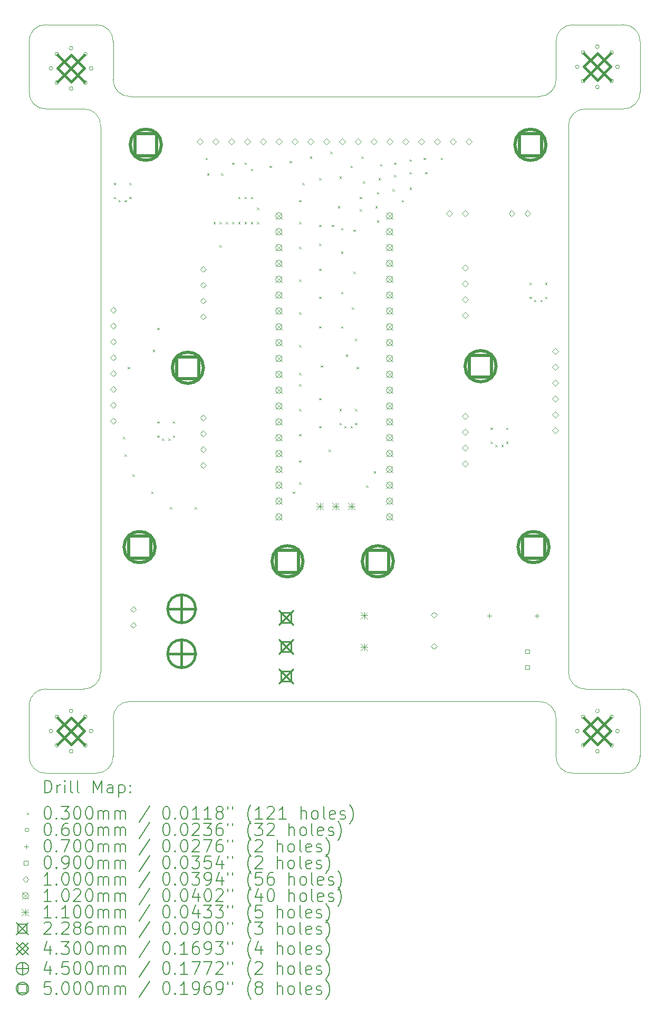
<source format=gbr>
%TF.GenerationSoftware,KiCad,Pcbnew,(6.0.9)*%
%TF.CreationDate,2022-12-13T13:02:23-05:00*%
%TF.ProjectId,Team5_Coaster_post_mdr,5465616d-355f-4436-9f61-737465725f70,rev?*%
%TF.SameCoordinates,Original*%
%TF.FileFunction,Drillmap*%
%TF.FilePolarity,Positive*%
%FSLAX45Y45*%
G04 Gerber Fmt 4.5, Leading zero omitted, Abs format (unit mm)*
G04 Created by KiCad (PCBNEW (6.0.9)) date 2022-12-13 13:02:23*
%MOMM*%
%LPD*%
G01*
G04 APERTURE LIST*
%ADD10C,0.100000*%
%ADD11C,0.200000*%
%ADD12C,0.030000*%
%ADD13C,0.060000*%
%ADD14C,0.070000*%
%ADD15C,0.090000*%
%ADD16C,0.102000*%
%ADD17C,0.110000*%
%ADD18C,0.228600*%
%ADD19C,0.430000*%
%ADD20C,0.450000*%
%ADD21C,0.500000*%
G04 APERTURE END LIST*
D10*
X17311440Y-16800000D02*
G75*
G03*
X17586440Y-16525000I11440J263560D01*
G01*
X17311440Y-15450000D02*
X16711440Y-15450000D01*
X8850000Y-16800000D02*
G75*
G03*
X9125000Y-16525000I11440J263560D01*
G01*
X16711440Y-6150000D02*
G75*
G03*
X16436440Y-6425000I-11440J-263560D01*
G01*
X16236440Y-16525000D02*
X16236440Y-15925000D01*
X9125000Y-16525000D02*
X9125000Y-15925000D01*
X17586440Y-5075000D02*
X17586440Y-5875000D01*
X17311440Y-4800000D02*
X16511440Y-4800000D01*
X8650000Y-15450000D02*
G75*
G03*
X8925000Y-15175000I11440J263560D01*
G01*
X16236440Y-5075000D02*
X16236440Y-5675000D01*
X16436440Y-15175000D02*
X16436440Y-6500000D01*
X7775000Y-16525000D02*
X7775000Y-15700000D01*
X7775000Y-5875000D02*
G75*
G03*
X8050000Y-6150000I263560J-11440D01*
G01*
X8050000Y-6150000D02*
X8650000Y-6150000D01*
X8050000Y-15450005D02*
G75*
G03*
X7775000Y-15700000I-11450J-263655D01*
G01*
X16436440Y-6500000D02*
X16436440Y-6425000D01*
X16236440Y-16525000D02*
G75*
G03*
X16511440Y-16800000I263560J-11440D01*
G01*
X8050000Y-16800000D02*
X8850000Y-16800000D01*
X17311440Y-16800000D02*
X16511440Y-16800000D01*
X9400000Y-5950000D02*
X15961440Y-5950000D01*
X9125000Y-5075000D02*
G75*
G03*
X8850000Y-4800000I-263560J11440D01*
G01*
X7775000Y-5075000D02*
X7775000Y-5875000D01*
X16436440Y-15175000D02*
G75*
G03*
X16711440Y-15450000I263560J-11440D01*
G01*
X8925000Y-6425000D02*
X8925000Y-15175000D01*
X17586440Y-15725000D02*
G75*
G03*
X17311440Y-15450000I-263560J11440D01*
G01*
X17311440Y-6150000D02*
X16711440Y-6150000D01*
X16511440Y-4800000D02*
G75*
G03*
X16236440Y-5075000I-11440J-263560D01*
G01*
X17586440Y-16525000D02*
X17586440Y-15725000D01*
X17311440Y-6150000D02*
G75*
G03*
X17586440Y-5875000I11440J263560D01*
G01*
X7775000Y-16525000D02*
G75*
G03*
X8050000Y-16800000I263560J-11440D01*
G01*
X9125000Y-5675000D02*
G75*
G03*
X9400000Y-5950000I263560J-11440D01*
G01*
X17586440Y-5075000D02*
G75*
G03*
X17311440Y-4800000I-263560J11440D01*
G01*
X8050000Y-4800000D02*
X8850000Y-4800000D01*
X15961440Y-5950000D02*
G75*
G03*
X16236440Y-5675000I11440J263560D01*
G01*
X16236440Y-15925000D02*
G75*
G03*
X15961440Y-15650000I-263560J11440D01*
G01*
X8925000Y-6425000D02*
G75*
G03*
X8650000Y-6150000I-263560J11440D01*
G01*
X8050000Y-15450000D02*
X8650000Y-15450000D01*
X8050000Y-4800000D02*
G75*
G03*
X7775000Y-5075000I-11440J-263560D01*
G01*
X9125000Y-5075000D02*
X9125000Y-5675000D01*
X9400000Y-15650000D02*
G75*
G03*
X9125000Y-15925000I-11440J-263560D01*
G01*
X9400000Y-15650000D02*
X15961440Y-15650000D01*
D11*
D12*
X9135000Y-7335000D02*
X9165000Y-7365000D01*
X9165000Y-7335000D02*
X9135000Y-7365000D01*
X9135000Y-7560000D02*
X9165000Y-7590000D01*
X9165000Y-7560000D02*
X9135000Y-7590000D01*
X9210000Y-7610000D02*
X9240000Y-7640000D01*
X9240000Y-7610000D02*
X9210000Y-7640000D01*
X9285000Y-11410000D02*
X9315000Y-11440000D01*
X9315000Y-11410000D02*
X9285000Y-11440000D01*
X9310000Y-7610000D02*
X9340000Y-7640000D01*
X9340000Y-7610000D02*
X9310000Y-7640000D01*
X9310000Y-11685000D02*
X9340000Y-11715000D01*
X9340000Y-11685000D02*
X9310000Y-11715000D01*
X9360000Y-10285000D02*
X9390000Y-10315000D01*
X9390000Y-10285000D02*
X9360000Y-10315000D01*
X9385000Y-7335000D02*
X9415000Y-7365000D01*
X9415000Y-7335000D02*
X9385000Y-7365000D01*
X9385000Y-7560000D02*
X9415000Y-7590000D01*
X9415000Y-7560000D02*
X9385000Y-7590000D01*
X9435000Y-12010000D02*
X9465000Y-12040000D01*
X9465000Y-12010000D02*
X9435000Y-12040000D01*
X9735000Y-12285000D02*
X9765000Y-12315000D01*
X9765000Y-12285000D02*
X9735000Y-12315000D01*
X9760000Y-10010000D02*
X9790000Y-10040000D01*
X9790000Y-10010000D02*
X9760000Y-10040000D01*
X9835000Y-9660000D02*
X9865000Y-9690000D01*
X9865000Y-9660000D02*
X9835000Y-9690000D01*
X9835000Y-11160000D02*
X9865000Y-11190000D01*
X9865000Y-11160000D02*
X9835000Y-11190000D01*
X9835000Y-11385000D02*
X9865000Y-11415000D01*
X9865000Y-11385000D02*
X9835000Y-11415000D01*
X9910000Y-11435000D02*
X9940000Y-11465000D01*
X9940000Y-11435000D02*
X9910000Y-11465000D01*
X10010000Y-11435000D02*
X10040000Y-11465000D01*
X10040000Y-11435000D02*
X10010000Y-11465000D01*
X10035000Y-12535000D02*
X10065000Y-12565000D01*
X10065000Y-12535000D02*
X10035000Y-12565000D01*
X10085000Y-11160000D02*
X10115000Y-11190000D01*
X10115000Y-11160000D02*
X10085000Y-11190000D01*
X10085000Y-11385000D02*
X10115000Y-11415000D01*
X10115000Y-11385000D02*
X10085000Y-11415000D01*
X10435000Y-12535000D02*
X10465000Y-12565000D01*
X10465000Y-12535000D02*
X10435000Y-12565000D01*
X10610000Y-6935000D02*
X10640000Y-6965000D01*
X10640000Y-6935000D02*
X10610000Y-6965000D01*
X10635000Y-7185000D02*
X10665000Y-7215000D01*
X10665000Y-7185000D02*
X10635000Y-7215000D01*
X10735000Y-7960000D02*
X10765000Y-7990000D01*
X10765000Y-7960000D02*
X10735000Y-7990000D01*
X10835000Y-7960000D02*
X10865000Y-7990000D01*
X10865000Y-7960000D02*
X10835000Y-7990000D01*
X10835000Y-8335000D02*
X10865000Y-8365000D01*
X10865000Y-8335000D02*
X10835000Y-8365000D01*
X10860000Y-7185000D02*
X10890000Y-7215000D01*
X10890000Y-7185000D02*
X10860000Y-7215000D01*
X10935000Y-7960000D02*
X10965000Y-7990000D01*
X10965000Y-7960000D02*
X10935000Y-7990000D01*
X11035000Y-7010000D02*
X11065000Y-7040000D01*
X11065000Y-7010000D02*
X11035000Y-7040000D01*
X11035000Y-7960000D02*
X11065000Y-7990000D01*
X11065000Y-7960000D02*
X11035000Y-7990000D01*
X11135000Y-7560000D02*
X11165000Y-7590000D01*
X11165000Y-7560000D02*
X11135000Y-7590000D01*
X11135000Y-7960000D02*
X11165000Y-7990000D01*
X11165000Y-7960000D02*
X11135000Y-7990000D01*
X11235000Y-7010000D02*
X11265000Y-7040000D01*
X11265000Y-7010000D02*
X11235000Y-7040000D01*
X11235000Y-7560000D02*
X11265000Y-7590000D01*
X11265000Y-7560000D02*
X11235000Y-7590000D01*
X11235000Y-7960000D02*
X11265000Y-7990000D01*
X11265000Y-7960000D02*
X11235000Y-7990000D01*
X11335000Y-7110000D02*
X11365000Y-7140000D01*
X11365000Y-7110000D02*
X11335000Y-7140000D01*
X11335000Y-7560000D02*
X11365000Y-7590000D01*
X11365000Y-7560000D02*
X11335000Y-7590000D01*
X11335000Y-7960000D02*
X11365000Y-7990000D01*
X11365000Y-7960000D02*
X11335000Y-7990000D01*
X11435000Y-7735000D02*
X11465000Y-7765000D01*
X11465000Y-7735000D02*
X11435000Y-7765000D01*
X11435000Y-7960000D02*
X11465000Y-7990000D01*
X11465000Y-7960000D02*
X11435000Y-7990000D01*
X11635000Y-7060000D02*
X11665000Y-7090000D01*
X11665000Y-7060000D02*
X11635000Y-7090000D01*
X11960000Y-6985000D02*
X11990000Y-7015000D01*
X11990000Y-6985000D02*
X11960000Y-7015000D01*
X12010000Y-12285000D02*
X12040000Y-12315000D01*
X12040000Y-12285000D02*
X12010000Y-12315000D01*
X12110000Y-7610000D02*
X12140000Y-7640000D01*
X12140000Y-7610000D02*
X12110000Y-7640000D01*
X12110000Y-7960000D02*
X12140000Y-7990000D01*
X12140000Y-7960000D02*
X12110000Y-7990000D01*
X12110000Y-8360000D02*
X12140000Y-8390000D01*
X12140000Y-8360000D02*
X12110000Y-8390000D01*
X12110000Y-8885000D02*
X12140000Y-8915000D01*
X12140000Y-8885000D02*
X12110000Y-8915000D01*
X12110000Y-9410000D02*
X12140000Y-9440000D01*
X12140000Y-9410000D02*
X12110000Y-9440000D01*
X12110000Y-9935000D02*
X12140000Y-9965000D01*
X12140000Y-9935000D02*
X12110000Y-9965000D01*
X12110000Y-10385000D02*
X12140000Y-10415000D01*
X12140000Y-10385000D02*
X12110000Y-10415000D01*
X12110000Y-10560000D02*
X12140000Y-10590000D01*
X12140000Y-10560000D02*
X12110000Y-10590000D01*
X12110000Y-10960000D02*
X12140000Y-10990000D01*
X12140000Y-10960000D02*
X12110000Y-10990000D01*
X12110000Y-11360000D02*
X12140000Y-11390000D01*
X12140000Y-11360000D02*
X12110000Y-11390000D01*
X12110000Y-11785000D02*
X12140000Y-11815000D01*
X12140000Y-11785000D02*
X12110000Y-11815000D01*
X12110000Y-12135000D02*
X12140000Y-12165000D01*
X12140000Y-12135000D02*
X12110000Y-12165000D01*
X12160000Y-7335000D02*
X12190000Y-7365000D01*
X12190000Y-7335000D02*
X12160000Y-7365000D01*
X12285000Y-6910000D02*
X12315000Y-6940000D01*
X12315000Y-6910000D02*
X12285000Y-6940000D01*
X12435000Y-7260000D02*
X12465000Y-7290000D01*
X12465000Y-7260000D02*
X12435000Y-7290000D01*
X12435000Y-8010000D02*
X12465000Y-8040000D01*
X12465000Y-8010000D02*
X12435000Y-8040000D01*
X12435000Y-8310000D02*
X12465000Y-8340000D01*
X12465000Y-8310000D02*
X12435000Y-8340000D01*
X12435000Y-8710000D02*
X12465000Y-8740000D01*
X12465000Y-8710000D02*
X12435000Y-8740000D01*
X12435000Y-9160000D02*
X12465000Y-9190000D01*
X12465000Y-9160000D02*
X12435000Y-9190000D01*
X12435000Y-9635000D02*
X12465000Y-9665000D01*
X12465000Y-9635000D02*
X12435000Y-9665000D01*
X12435000Y-10785000D02*
X12465000Y-10815000D01*
X12465000Y-10785000D02*
X12435000Y-10815000D01*
X12435000Y-11235000D02*
X12465000Y-11265000D01*
X12465000Y-11235000D02*
X12435000Y-11265000D01*
X12460000Y-10260000D02*
X12490000Y-10290000D01*
X12490000Y-10260000D02*
X12460000Y-10290000D01*
X12585000Y-11610000D02*
X12615000Y-11640000D01*
X12615000Y-11610000D02*
X12585000Y-11640000D01*
X12610000Y-6835000D02*
X12640000Y-6865000D01*
X12640000Y-6835000D02*
X12610000Y-6865000D01*
X12635000Y-8010000D02*
X12665000Y-8040000D01*
X12665000Y-8010000D02*
X12635000Y-8040000D01*
X12735000Y-7710000D02*
X12765000Y-7740000D01*
X12765000Y-7710000D02*
X12735000Y-7740000D01*
X12760000Y-7235000D02*
X12790000Y-7265000D01*
X12790000Y-7235000D02*
X12760000Y-7265000D01*
X12760000Y-10960000D02*
X12790000Y-10990000D01*
X12790000Y-10960000D02*
X12760000Y-10990000D01*
X12760000Y-11185000D02*
X12790000Y-11215000D01*
X12790000Y-11185000D02*
X12760000Y-11215000D01*
X12785000Y-8060000D02*
X12815000Y-8090000D01*
X12815000Y-8060000D02*
X12785000Y-8090000D01*
X12785000Y-8435000D02*
X12815000Y-8465000D01*
X12815000Y-8435000D02*
X12785000Y-8465000D01*
X12785000Y-9085000D02*
X12815000Y-9115000D01*
X12815000Y-9085000D02*
X12785000Y-9115000D01*
X12785000Y-9635000D02*
X12815000Y-9665000D01*
X12815000Y-9635000D02*
X12785000Y-9665000D01*
X12835000Y-11235000D02*
X12865000Y-11265000D01*
X12865000Y-11235000D02*
X12835000Y-11265000D01*
X12860000Y-10085000D02*
X12890000Y-10115000D01*
X12890000Y-10085000D02*
X12860000Y-10115000D01*
X12935000Y-7060000D02*
X12965000Y-7090000D01*
X12965000Y-7060000D02*
X12935000Y-7090000D01*
X12935000Y-11235000D02*
X12965000Y-11265000D01*
X12965000Y-11235000D02*
X12935000Y-11265000D01*
X12960000Y-9335000D02*
X12990000Y-9365000D01*
X12990000Y-9335000D02*
X12960000Y-9365000D01*
X12985000Y-8085000D02*
X13015000Y-8115000D01*
X13015000Y-8085000D02*
X12985000Y-8115000D01*
X12985000Y-8760000D02*
X13015000Y-8790000D01*
X13015000Y-8760000D02*
X12985000Y-8790000D01*
X13010000Y-9835000D02*
X13040000Y-9865000D01*
X13040000Y-9835000D02*
X13010000Y-9865000D01*
X13010000Y-10960000D02*
X13040000Y-10990000D01*
X13040000Y-10960000D02*
X13010000Y-10990000D01*
X13010000Y-11185000D02*
X13040000Y-11215000D01*
X13040000Y-11185000D02*
X13010000Y-11215000D01*
X13035000Y-10285000D02*
X13065000Y-10315000D01*
X13065000Y-10285000D02*
X13035000Y-10315000D01*
X13085000Y-7560000D02*
X13115000Y-7590000D01*
X13115000Y-7560000D02*
X13085000Y-7590000D01*
X13085000Y-7760000D02*
X13115000Y-7790000D01*
X13115000Y-7760000D02*
X13085000Y-7790000D01*
X13110000Y-6910000D02*
X13140000Y-6940000D01*
X13140000Y-6910000D02*
X13110000Y-6940000D01*
X13135000Y-7310000D02*
X13165000Y-7340000D01*
X13165000Y-7310000D02*
X13135000Y-7340000D01*
X13185000Y-12185000D02*
X13215000Y-12215000D01*
X13215000Y-12185000D02*
X13185000Y-12215000D01*
X13310000Y-11960000D02*
X13340000Y-11990000D01*
X13340000Y-11960000D02*
X13310000Y-11990000D01*
X13335000Y-7710000D02*
X13365000Y-7740000D01*
X13365000Y-7710000D02*
X13335000Y-7740000D01*
X13360000Y-7485000D02*
X13390000Y-7515000D01*
X13390000Y-7485000D02*
X13360000Y-7515000D01*
X13360000Y-7935000D02*
X13390000Y-7965000D01*
X13390000Y-7935000D02*
X13360000Y-7965000D01*
X13385000Y-7260000D02*
X13415000Y-7290000D01*
X13415000Y-7260000D02*
X13385000Y-7290000D01*
X13410000Y-7035000D02*
X13440000Y-7065000D01*
X13440000Y-7035000D02*
X13410000Y-7065000D01*
X13610000Y-7435000D02*
X13640000Y-7465000D01*
X13640000Y-7435000D02*
X13610000Y-7465000D01*
X13635000Y-7010000D02*
X13665000Y-7040000D01*
X13665000Y-7010000D02*
X13635000Y-7040000D01*
X13635000Y-7210000D02*
X13665000Y-7240000D01*
X13665000Y-7210000D02*
X13635000Y-7240000D01*
X13760000Y-7610000D02*
X13790000Y-7640000D01*
X13790000Y-7610000D02*
X13760000Y-7640000D01*
X13885000Y-6960000D02*
X13915000Y-6990000D01*
X13915000Y-6960000D02*
X13885000Y-6990000D01*
X13885000Y-7160000D02*
X13915000Y-7190000D01*
X13915000Y-7160000D02*
X13885000Y-7190000D01*
X13885000Y-7410000D02*
X13915000Y-7440000D01*
X13915000Y-7410000D02*
X13885000Y-7440000D01*
X14110000Y-6935000D02*
X14140000Y-6965000D01*
X14140000Y-6935000D02*
X14110000Y-6965000D01*
X14135000Y-7160000D02*
X14165000Y-7190000D01*
X14165000Y-7160000D02*
X14135000Y-7190000D01*
X14385000Y-6935000D02*
X14415000Y-6965000D01*
X14415000Y-6935000D02*
X14385000Y-6965000D01*
X15185000Y-11260000D02*
X15215000Y-11290000D01*
X15215000Y-11260000D02*
X15185000Y-11290000D01*
X15185000Y-11485000D02*
X15215000Y-11515000D01*
X15215000Y-11485000D02*
X15185000Y-11515000D01*
X15260000Y-11535000D02*
X15290000Y-11565000D01*
X15290000Y-11535000D02*
X15260000Y-11565000D01*
X15360000Y-11535000D02*
X15390000Y-11565000D01*
X15390000Y-11535000D02*
X15360000Y-11565000D01*
X15435000Y-11260000D02*
X15465000Y-11290000D01*
X15465000Y-11260000D02*
X15435000Y-11290000D01*
X15435000Y-11485000D02*
X15465000Y-11515000D01*
X15465000Y-11485000D02*
X15435000Y-11515000D01*
X15810000Y-8935000D02*
X15840000Y-8965000D01*
X15840000Y-8935000D02*
X15810000Y-8965000D01*
X15810000Y-9160000D02*
X15840000Y-9190000D01*
X15840000Y-9160000D02*
X15810000Y-9190000D01*
X15885000Y-9210000D02*
X15915000Y-9240000D01*
X15915000Y-9210000D02*
X15885000Y-9240000D01*
X15985000Y-9210000D02*
X16015000Y-9240000D01*
X16015000Y-9210000D02*
X15985000Y-9240000D01*
X16060000Y-8935000D02*
X16090000Y-8965000D01*
X16090000Y-8935000D02*
X16060000Y-8965000D01*
X16060000Y-9160000D02*
X16090000Y-9190000D01*
X16090000Y-9160000D02*
X16060000Y-9190000D01*
D13*
X8157500Y-5500000D02*
G75*
G03*
X8157500Y-5500000I-30000J0D01*
G01*
X8157500Y-16125000D02*
G75*
G03*
X8157500Y-16125000I-30000J0D01*
G01*
X8251958Y-5271958D02*
G75*
G03*
X8251958Y-5271958I-30000J0D01*
G01*
X8251958Y-5728042D02*
G75*
G03*
X8251958Y-5728042I-30000J0D01*
G01*
X8251958Y-15896958D02*
G75*
G03*
X8251958Y-15896958I-30000J0D01*
G01*
X8251958Y-16353042D02*
G75*
G03*
X8251958Y-16353042I-30000J0D01*
G01*
X8480000Y-5177500D02*
G75*
G03*
X8480000Y-5177500I-30000J0D01*
G01*
X8480000Y-5822500D02*
G75*
G03*
X8480000Y-5822500I-30000J0D01*
G01*
X8480000Y-15802500D02*
G75*
G03*
X8480000Y-15802500I-30000J0D01*
G01*
X8480000Y-16447500D02*
G75*
G03*
X8480000Y-16447500I-30000J0D01*
G01*
X8708042Y-5271958D02*
G75*
G03*
X8708042Y-5271958I-30000J0D01*
G01*
X8708042Y-5728042D02*
G75*
G03*
X8708042Y-5728042I-30000J0D01*
G01*
X8708042Y-15896958D02*
G75*
G03*
X8708042Y-15896958I-30000J0D01*
G01*
X8708042Y-16353042D02*
G75*
G03*
X8708042Y-16353042I-30000J0D01*
G01*
X8802500Y-5500000D02*
G75*
G03*
X8802500Y-5500000I-30000J0D01*
G01*
X8802500Y-16125000D02*
G75*
G03*
X8802500Y-16125000I-30000J0D01*
G01*
X16607500Y-5475000D02*
G75*
G03*
X16607500Y-5475000I-30000J0D01*
G01*
X16607500Y-16125000D02*
G75*
G03*
X16607500Y-16125000I-30000J0D01*
G01*
X16701958Y-5246958D02*
G75*
G03*
X16701958Y-5246958I-30000J0D01*
G01*
X16701958Y-5703042D02*
G75*
G03*
X16701958Y-5703042I-30000J0D01*
G01*
X16701958Y-15896958D02*
G75*
G03*
X16701958Y-15896958I-30000J0D01*
G01*
X16701958Y-16353042D02*
G75*
G03*
X16701958Y-16353042I-30000J0D01*
G01*
X16930000Y-5152500D02*
G75*
G03*
X16930000Y-5152500I-30000J0D01*
G01*
X16930000Y-5797500D02*
G75*
G03*
X16930000Y-5797500I-30000J0D01*
G01*
X16930000Y-15802500D02*
G75*
G03*
X16930000Y-15802500I-30000J0D01*
G01*
X16930000Y-16447500D02*
G75*
G03*
X16930000Y-16447500I-30000J0D01*
G01*
X17158042Y-5246958D02*
G75*
G03*
X17158042Y-5246958I-30000J0D01*
G01*
X17158042Y-5703042D02*
G75*
G03*
X17158042Y-5703042I-30000J0D01*
G01*
X17158042Y-15896958D02*
G75*
G03*
X17158042Y-15896958I-30000J0D01*
G01*
X17158042Y-16353042D02*
G75*
G03*
X17158042Y-16353042I-30000J0D01*
G01*
X17252500Y-5475000D02*
G75*
G03*
X17252500Y-5475000I-30000J0D01*
G01*
X17252500Y-16125000D02*
G75*
G03*
X17252500Y-16125000I-30000J0D01*
G01*
D14*
X15163000Y-14240000D02*
X15163000Y-14310000D01*
X15128000Y-14275000D02*
X15198000Y-14275000D01*
X15925000Y-14240000D02*
X15925000Y-14310000D01*
X15890000Y-14275000D02*
X15960000Y-14275000D01*
D15*
X15806820Y-14880320D02*
X15806820Y-14816680D01*
X15743180Y-14816680D01*
X15743180Y-14880320D01*
X15806820Y-14880320D01*
X15806820Y-15134320D02*
X15806820Y-15070680D01*
X15743180Y-15070680D01*
X15743180Y-15134320D01*
X15806820Y-15134320D01*
D10*
X9125000Y-9421000D02*
X9175000Y-9371000D01*
X9125000Y-9321000D01*
X9075000Y-9371000D01*
X9125000Y-9421000D01*
X9125000Y-9675000D02*
X9175000Y-9625000D01*
X9125000Y-9575000D01*
X9075000Y-9625000D01*
X9125000Y-9675000D01*
X9125000Y-9929000D02*
X9175000Y-9879000D01*
X9125000Y-9829000D01*
X9075000Y-9879000D01*
X9125000Y-9929000D01*
X9125000Y-10183000D02*
X9175000Y-10133000D01*
X9125000Y-10083000D01*
X9075000Y-10133000D01*
X9125000Y-10183000D01*
X9125000Y-10437000D02*
X9175000Y-10387000D01*
X9125000Y-10337000D01*
X9075000Y-10387000D01*
X9125000Y-10437000D01*
X9125000Y-10691000D02*
X9175000Y-10641000D01*
X9125000Y-10591000D01*
X9075000Y-10641000D01*
X9125000Y-10691000D01*
X9125000Y-10945000D02*
X9175000Y-10895000D01*
X9125000Y-10845000D01*
X9075000Y-10895000D01*
X9125000Y-10945000D01*
X9125000Y-11199000D02*
X9175000Y-11149000D01*
X9125000Y-11099000D01*
X9075000Y-11149000D01*
X9125000Y-11199000D01*
X9447500Y-14221000D02*
X9497500Y-14171000D01*
X9447500Y-14121000D01*
X9397500Y-14171000D01*
X9447500Y-14221000D01*
X9447500Y-14475000D02*
X9497500Y-14425000D01*
X9447500Y-14375000D01*
X9397500Y-14425000D01*
X9447500Y-14475000D01*
X10517500Y-6722500D02*
X10567500Y-6672500D01*
X10517500Y-6622500D01*
X10467500Y-6672500D01*
X10517500Y-6722500D01*
X10572500Y-8768000D02*
X10622500Y-8718000D01*
X10572500Y-8668000D01*
X10522500Y-8718000D01*
X10572500Y-8768000D01*
X10572500Y-9022000D02*
X10622500Y-8972000D01*
X10572500Y-8922000D01*
X10522500Y-8972000D01*
X10572500Y-9022000D01*
X10572500Y-9276000D02*
X10622500Y-9226000D01*
X10572500Y-9176000D01*
X10522500Y-9226000D01*
X10572500Y-9276000D01*
X10572500Y-9530000D02*
X10622500Y-9480000D01*
X10572500Y-9430000D01*
X10522500Y-9480000D01*
X10572500Y-9530000D01*
X10572500Y-11150000D02*
X10622500Y-11100000D01*
X10572500Y-11050000D01*
X10522500Y-11100000D01*
X10572500Y-11150000D01*
X10572500Y-11404000D02*
X10622500Y-11354000D01*
X10572500Y-11304000D01*
X10522500Y-11354000D01*
X10572500Y-11404000D01*
X10572500Y-11658000D02*
X10622500Y-11608000D01*
X10572500Y-11558000D01*
X10522500Y-11608000D01*
X10572500Y-11658000D01*
X10572500Y-11912000D02*
X10622500Y-11862000D01*
X10572500Y-11812000D01*
X10522500Y-11862000D01*
X10572500Y-11912000D01*
X10771500Y-6722500D02*
X10821500Y-6672500D01*
X10771500Y-6622500D01*
X10721500Y-6672500D01*
X10771500Y-6722500D01*
X11025500Y-6722500D02*
X11075500Y-6672500D01*
X11025500Y-6622500D01*
X10975500Y-6672500D01*
X11025500Y-6722500D01*
X11279500Y-6722500D02*
X11329500Y-6672500D01*
X11279500Y-6622500D01*
X11229500Y-6672500D01*
X11279500Y-6722500D01*
X11533500Y-6722500D02*
X11583500Y-6672500D01*
X11533500Y-6622500D01*
X11483500Y-6672500D01*
X11533500Y-6722500D01*
X11787500Y-6722500D02*
X11837500Y-6672500D01*
X11787500Y-6622500D01*
X11737500Y-6672500D01*
X11787500Y-6722500D01*
X12041500Y-6722500D02*
X12091500Y-6672500D01*
X12041500Y-6622500D01*
X11991500Y-6672500D01*
X12041500Y-6722500D01*
X12295500Y-6722500D02*
X12345500Y-6672500D01*
X12295500Y-6622500D01*
X12245500Y-6672500D01*
X12295500Y-6722500D01*
X12549500Y-6722500D02*
X12599500Y-6672500D01*
X12549500Y-6622500D01*
X12499500Y-6672500D01*
X12549500Y-6722500D01*
X12803500Y-6722500D02*
X12853500Y-6672500D01*
X12803500Y-6622500D01*
X12753500Y-6672500D01*
X12803500Y-6722500D01*
X13057500Y-6722500D02*
X13107500Y-6672500D01*
X13057500Y-6622500D01*
X13007500Y-6672500D01*
X13057500Y-6722500D01*
X13311500Y-6722500D02*
X13361500Y-6672500D01*
X13311500Y-6622500D01*
X13261500Y-6672500D01*
X13311500Y-6722500D01*
X13565500Y-6722500D02*
X13615500Y-6672500D01*
X13565500Y-6622500D01*
X13515500Y-6672500D01*
X13565500Y-6722500D01*
X13819500Y-6722500D02*
X13869500Y-6672500D01*
X13819500Y-6622500D01*
X13769500Y-6672500D01*
X13819500Y-6722500D01*
X14073500Y-6722500D02*
X14123500Y-6672500D01*
X14073500Y-6622500D01*
X14023500Y-6672500D01*
X14073500Y-6722500D01*
X14275000Y-14313232D02*
X14325000Y-14263232D01*
X14275000Y-14213232D01*
X14225000Y-14263232D01*
X14275000Y-14313232D01*
X14275000Y-14813232D02*
X14325000Y-14763232D01*
X14275000Y-14713232D01*
X14225000Y-14763232D01*
X14275000Y-14813232D01*
X14327500Y-6722500D02*
X14377500Y-6672500D01*
X14327500Y-6622500D01*
X14277500Y-6672500D01*
X14327500Y-6722500D01*
X14525000Y-7875250D02*
X14575000Y-7825250D01*
X14525000Y-7775250D01*
X14475000Y-7825250D01*
X14525000Y-7875250D01*
X14581500Y-6722500D02*
X14631500Y-6672500D01*
X14581500Y-6622500D01*
X14531500Y-6672500D01*
X14581500Y-6722500D01*
X14777500Y-8745000D02*
X14827500Y-8695000D01*
X14777500Y-8645000D01*
X14727500Y-8695000D01*
X14777500Y-8745000D01*
X14777500Y-8999000D02*
X14827500Y-8949000D01*
X14777500Y-8899000D01*
X14727500Y-8949000D01*
X14777500Y-8999000D01*
X14777500Y-9253000D02*
X14827500Y-9203000D01*
X14777500Y-9153000D01*
X14727500Y-9203000D01*
X14777500Y-9253000D01*
X14777500Y-9507000D02*
X14827500Y-9457000D01*
X14777500Y-9407000D01*
X14727500Y-9457000D01*
X14777500Y-9507000D01*
X14777500Y-11125000D02*
X14827500Y-11075000D01*
X14777500Y-11025000D01*
X14727500Y-11075000D01*
X14777500Y-11125000D01*
X14777500Y-11379000D02*
X14827500Y-11329000D01*
X14777500Y-11279000D01*
X14727500Y-11329000D01*
X14777500Y-11379000D01*
X14777500Y-11633000D02*
X14827500Y-11583000D01*
X14777500Y-11533000D01*
X14727500Y-11583000D01*
X14777500Y-11633000D01*
X14777500Y-11887000D02*
X14827500Y-11837000D01*
X14777500Y-11787000D01*
X14727500Y-11837000D01*
X14777500Y-11887000D01*
X14779000Y-7875250D02*
X14829000Y-7825250D01*
X14779000Y-7775250D01*
X14729000Y-7825250D01*
X14779000Y-7875250D01*
X14835500Y-6722500D02*
X14885500Y-6672500D01*
X14835500Y-6622500D01*
X14785500Y-6672500D01*
X14835500Y-6722500D01*
X15525000Y-7872500D02*
X15575000Y-7822500D01*
X15525000Y-7772500D01*
X15475000Y-7822500D01*
X15525000Y-7872500D01*
X15779000Y-7872500D02*
X15829000Y-7822500D01*
X15779000Y-7772500D01*
X15729000Y-7822500D01*
X15779000Y-7872500D01*
X16222500Y-10087500D02*
X16272500Y-10037500D01*
X16222500Y-9987500D01*
X16172500Y-10037500D01*
X16222500Y-10087500D01*
X16222500Y-10341500D02*
X16272500Y-10291500D01*
X16222500Y-10241500D01*
X16172500Y-10291500D01*
X16222500Y-10341500D01*
X16222500Y-10595500D02*
X16272500Y-10545500D01*
X16222500Y-10495500D01*
X16172500Y-10545500D01*
X16222500Y-10595500D01*
X16222500Y-10849500D02*
X16272500Y-10799500D01*
X16222500Y-10749500D01*
X16172500Y-10799500D01*
X16222500Y-10849500D01*
X16222500Y-11103500D02*
X16272500Y-11053500D01*
X16222500Y-11003500D01*
X16172500Y-11053500D01*
X16222500Y-11103500D01*
X16222500Y-11357500D02*
X16272500Y-11307500D01*
X16222500Y-11257500D01*
X16172500Y-11307500D01*
X16222500Y-11357500D01*
D16*
X11735000Y-7813750D02*
X11837000Y-7915750D01*
X11837000Y-7813750D02*
X11735000Y-7915750D01*
X11837000Y-7864750D02*
G75*
G03*
X11837000Y-7864750I-51000J0D01*
G01*
X11735000Y-8067750D02*
X11837000Y-8169750D01*
X11837000Y-8067750D02*
X11735000Y-8169750D01*
X11837000Y-8118750D02*
G75*
G03*
X11837000Y-8118750I-51000J0D01*
G01*
X11735000Y-8321750D02*
X11837000Y-8423750D01*
X11837000Y-8321750D02*
X11735000Y-8423750D01*
X11837000Y-8372750D02*
G75*
G03*
X11837000Y-8372750I-51000J0D01*
G01*
X11735000Y-8575750D02*
X11837000Y-8677750D01*
X11837000Y-8575750D02*
X11735000Y-8677750D01*
X11837000Y-8626750D02*
G75*
G03*
X11837000Y-8626750I-51000J0D01*
G01*
X11735000Y-8829750D02*
X11837000Y-8931750D01*
X11837000Y-8829750D02*
X11735000Y-8931750D01*
X11837000Y-8880750D02*
G75*
G03*
X11837000Y-8880750I-51000J0D01*
G01*
X11735000Y-9083750D02*
X11837000Y-9185750D01*
X11837000Y-9083750D02*
X11735000Y-9185750D01*
X11837000Y-9134750D02*
G75*
G03*
X11837000Y-9134750I-51000J0D01*
G01*
X11735000Y-9337750D02*
X11837000Y-9439750D01*
X11837000Y-9337750D02*
X11735000Y-9439750D01*
X11837000Y-9388750D02*
G75*
G03*
X11837000Y-9388750I-51000J0D01*
G01*
X11735000Y-9591750D02*
X11837000Y-9693750D01*
X11837000Y-9591750D02*
X11735000Y-9693750D01*
X11837000Y-9642750D02*
G75*
G03*
X11837000Y-9642750I-51000J0D01*
G01*
X11735000Y-9845750D02*
X11837000Y-9947750D01*
X11837000Y-9845750D02*
X11735000Y-9947750D01*
X11837000Y-9896750D02*
G75*
G03*
X11837000Y-9896750I-51000J0D01*
G01*
X11735000Y-10099750D02*
X11837000Y-10201750D01*
X11837000Y-10099750D02*
X11735000Y-10201750D01*
X11837000Y-10150750D02*
G75*
G03*
X11837000Y-10150750I-51000J0D01*
G01*
X11735000Y-10353750D02*
X11837000Y-10455750D01*
X11837000Y-10353750D02*
X11735000Y-10455750D01*
X11837000Y-10404750D02*
G75*
G03*
X11837000Y-10404750I-51000J0D01*
G01*
X11735000Y-10607750D02*
X11837000Y-10709750D01*
X11837000Y-10607750D02*
X11735000Y-10709750D01*
X11837000Y-10658750D02*
G75*
G03*
X11837000Y-10658750I-51000J0D01*
G01*
X11735000Y-10861750D02*
X11837000Y-10963750D01*
X11837000Y-10861750D02*
X11735000Y-10963750D01*
X11837000Y-10912750D02*
G75*
G03*
X11837000Y-10912750I-51000J0D01*
G01*
X11735000Y-11115750D02*
X11837000Y-11217750D01*
X11837000Y-11115750D02*
X11735000Y-11217750D01*
X11837000Y-11166750D02*
G75*
G03*
X11837000Y-11166750I-51000J0D01*
G01*
X11735000Y-11369750D02*
X11837000Y-11471750D01*
X11837000Y-11369750D02*
X11735000Y-11471750D01*
X11837000Y-11420750D02*
G75*
G03*
X11837000Y-11420750I-51000J0D01*
G01*
X11735000Y-11623750D02*
X11837000Y-11725750D01*
X11837000Y-11623750D02*
X11735000Y-11725750D01*
X11837000Y-11674750D02*
G75*
G03*
X11837000Y-11674750I-51000J0D01*
G01*
X11735000Y-11877750D02*
X11837000Y-11979750D01*
X11837000Y-11877750D02*
X11735000Y-11979750D01*
X11837000Y-11928750D02*
G75*
G03*
X11837000Y-11928750I-51000J0D01*
G01*
X11735000Y-12131750D02*
X11837000Y-12233750D01*
X11837000Y-12131750D02*
X11735000Y-12233750D01*
X11837000Y-12182750D02*
G75*
G03*
X11837000Y-12182750I-51000J0D01*
G01*
X11735000Y-12385750D02*
X11837000Y-12487750D01*
X11837000Y-12385750D02*
X11735000Y-12487750D01*
X11837000Y-12436750D02*
G75*
G03*
X11837000Y-12436750I-51000J0D01*
G01*
X11735000Y-12639750D02*
X11837000Y-12741750D01*
X11837000Y-12639750D02*
X11735000Y-12741750D01*
X11837000Y-12690750D02*
G75*
G03*
X11837000Y-12690750I-51000J0D01*
G01*
X13513000Y-7813750D02*
X13615000Y-7915750D01*
X13615000Y-7813750D02*
X13513000Y-7915750D01*
X13615000Y-7864750D02*
G75*
G03*
X13615000Y-7864750I-51000J0D01*
G01*
X13513000Y-8067750D02*
X13615000Y-8169750D01*
X13615000Y-8067750D02*
X13513000Y-8169750D01*
X13615000Y-8118750D02*
G75*
G03*
X13615000Y-8118750I-51000J0D01*
G01*
X13513000Y-8321750D02*
X13615000Y-8423750D01*
X13615000Y-8321750D02*
X13513000Y-8423750D01*
X13615000Y-8372750D02*
G75*
G03*
X13615000Y-8372750I-51000J0D01*
G01*
X13513000Y-8575750D02*
X13615000Y-8677750D01*
X13615000Y-8575750D02*
X13513000Y-8677750D01*
X13615000Y-8626750D02*
G75*
G03*
X13615000Y-8626750I-51000J0D01*
G01*
X13513000Y-8829750D02*
X13615000Y-8931750D01*
X13615000Y-8829750D02*
X13513000Y-8931750D01*
X13615000Y-8880750D02*
G75*
G03*
X13615000Y-8880750I-51000J0D01*
G01*
X13513000Y-9083750D02*
X13615000Y-9185750D01*
X13615000Y-9083750D02*
X13513000Y-9185750D01*
X13615000Y-9134750D02*
G75*
G03*
X13615000Y-9134750I-51000J0D01*
G01*
X13513000Y-9337750D02*
X13615000Y-9439750D01*
X13615000Y-9337750D02*
X13513000Y-9439750D01*
X13615000Y-9388750D02*
G75*
G03*
X13615000Y-9388750I-51000J0D01*
G01*
X13513000Y-9591750D02*
X13615000Y-9693750D01*
X13615000Y-9591750D02*
X13513000Y-9693750D01*
X13615000Y-9642750D02*
G75*
G03*
X13615000Y-9642750I-51000J0D01*
G01*
X13513000Y-9845750D02*
X13615000Y-9947750D01*
X13615000Y-9845750D02*
X13513000Y-9947750D01*
X13615000Y-9896750D02*
G75*
G03*
X13615000Y-9896750I-51000J0D01*
G01*
X13513000Y-10099750D02*
X13615000Y-10201750D01*
X13615000Y-10099750D02*
X13513000Y-10201750D01*
X13615000Y-10150750D02*
G75*
G03*
X13615000Y-10150750I-51000J0D01*
G01*
X13513000Y-10353750D02*
X13615000Y-10455750D01*
X13615000Y-10353750D02*
X13513000Y-10455750D01*
X13615000Y-10404750D02*
G75*
G03*
X13615000Y-10404750I-51000J0D01*
G01*
X13513000Y-10607750D02*
X13615000Y-10709750D01*
X13615000Y-10607750D02*
X13513000Y-10709750D01*
X13615000Y-10658750D02*
G75*
G03*
X13615000Y-10658750I-51000J0D01*
G01*
X13513000Y-10861750D02*
X13615000Y-10963750D01*
X13615000Y-10861750D02*
X13513000Y-10963750D01*
X13615000Y-10912750D02*
G75*
G03*
X13615000Y-10912750I-51000J0D01*
G01*
X13513000Y-11115750D02*
X13615000Y-11217750D01*
X13615000Y-11115750D02*
X13513000Y-11217750D01*
X13615000Y-11166750D02*
G75*
G03*
X13615000Y-11166750I-51000J0D01*
G01*
X13513000Y-11369750D02*
X13615000Y-11471750D01*
X13615000Y-11369750D02*
X13513000Y-11471750D01*
X13615000Y-11420750D02*
G75*
G03*
X13615000Y-11420750I-51000J0D01*
G01*
X13513000Y-11623750D02*
X13615000Y-11725750D01*
X13615000Y-11623750D02*
X13513000Y-11725750D01*
X13615000Y-11674750D02*
G75*
G03*
X13615000Y-11674750I-51000J0D01*
G01*
X13513000Y-11877750D02*
X13615000Y-11979750D01*
X13615000Y-11877750D02*
X13513000Y-11979750D01*
X13615000Y-11928750D02*
G75*
G03*
X13615000Y-11928750I-51000J0D01*
G01*
X13513000Y-12131750D02*
X13615000Y-12233750D01*
X13615000Y-12131750D02*
X13513000Y-12233750D01*
X13615000Y-12182750D02*
G75*
G03*
X13615000Y-12182750I-51000J0D01*
G01*
X13513000Y-12385750D02*
X13615000Y-12487750D01*
X13615000Y-12385750D02*
X13513000Y-12487750D01*
X13615000Y-12436750D02*
G75*
G03*
X13615000Y-12436750I-51000J0D01*
G01*
X13513000Y-12639750D02*
X13615000Y-12741750D01*
X13615000Y-12639750D02*
X13513000Y-12741750D01*
X13615000Y-12690750D02*
G75*
G03*
X13615000Y-12690750I-51000J0D01*
G01*
D17*
X12391000Y-12467250D02*
X12501000Y-12577250D01*
X12501000Y-12467250D02*
X12391000Y-12577250D01*
X12446000Y-12467250D02*
X12446000Y-12577250D01*
X12391000Y-12522250D02*
X12501000Y-12522250D01*
X12645000Y-12467250D02*
X12755000Y-12577250D01*
X12755000Y-12467250D02*
X12645000Y-12577250D01*
X12700000Y-12467250D02*
X12700000Y-12577250D01*
X12645000Y-12522250D02*
X12755000Y-12522250D01*
X12899000Y-12467250D02*
X13009000Y-12577250D01*
X13009000Y-12467250D02*
X12899000Y-12577250D01*
X12954000Y-12467250D02*
X12954000Y-12577250D01*
X12899000Y-12522250D02*
X13009000Y-12522250D01*
X13100500Y-14214535D02*
X13210500Y-14324535D01*
X13210500Y-14214535D02*
X13100500Y-14324535D01*
X13155500Y-14214535D02*
X13155500Y-14324535D01*
X13100500Y-14269535D02*
X13210500Y-14269535D01*
X13100500Y-14722535D02*
X13210500Y-14832535D01*
X13210500Y-14722535D02*
X13100500Y-14832535D01*
X13155500Y-14722535D02*
X13155500Y-14832535D01*
X13100500Y-14777535D02*
X13210500Y-14777535D01*
D18*
X11785700Y-14190800D02*
X12014300Y-14419400D01*
X12014300Y-14190800D02*
X11785700Y-14419400D01*
X11980823Y-14385923D02*
X11980823Y-14224277D01*
X11819177Y-14224277D01*
X11819177Y-14385923D01*
X11980823Y-14385923D01*
X11785700Y-14660700D02*
X12014300Y-14889300D01*
X12014300Y-14660700D02*
X11785700Y-14889300D01*
X11980823Y-14855823D02*
X11980823Y-14694177D01*
X11819177Y-14694177D01*
X11819177Y-14855823D01*
X11980823Y-14855823D01*
X11785700Y-15130600D02*
X12014300Y-15359200D01*
X12014300Y-15130600D02*
X11785700Y-15359200D01*
X11980823Y-15325723D02*
X11980823Y-15164077D01*
X11819177Y-15164077D01*
X11819177Y-15325723D01*
X11980823Y-15325723D01*
D19*
X8235000Y-5285000D02*
X8665000Y-5715000D01*
X8665000Y-5285000D02*
X8235000Y-5715000D01*
X8450000Y-5715000D02*
X8665000Y-5500000D01*
X8450000Y-5285000D01*
X8235000Y-5500000D01*
X8450000Y-5715000D01*
X8235000Y-15910000D02*
X8665000Y-16340000D01*
X8665000Y-15910000D02*
X8235000Y-16340000D01*
X8450000Y-16340000D02*
X8665000Y-16125000D01*
X8450000Y-15910000D01*
X8235000Y-16125000D01*
X8450000Y-16340000D01*
X16685000Y-5260000D02*
X17115000Y-5690000D01*
X17115000Y-5260000D02*
X16685000Y-5690000D01*
X16900000Y-5690000D02*
X17115000Y-5475000D01*
X16900000Y-5260000D01*
X16685000Y-5475000D01*
X16900000Y-5690000D01*
X16685000Y-15910000D02*
X17115000Y-16340000D01*
X17115000Y-15910000D02*
X16685000Y-16340000D01*
X16900000Y-16340000D02*
X17115000Y-16125000D01*
X16900000Y-15910000D01*
X16685000Y-16125000D01*
X16900000Y-16340000D01*
D20*
X10225000Y-13940000D02*
X10225000Y-14390000D01*
X10000000Y-14165000D02*
X10450000Y-14165000D01*
X10450000Y-14165000D02*
G75*
G03*
X10450000Y-14165000I-225000J0D01*
G01*
X10225000Y-14660000D02*
X10225000Y-15110000D01*
X10000000Y-14885000D02*
X10450000Y-14885000D01*
X10450000Y-14885000D02*
G75*
G03*
X10450000Y-14885000I-225000J0D01*
G01*
D21*
X9726778Y-13351778D02*
X9726778Y-12998222D01*
X9373222Y-12998222D01*
X9373222Y-13351778D01*
X9726778Y-13351778D01*
X9800000Y-13175000D02*
G75*
G03*
X9800000Y-13175000I-250000J0D01*
G01*
X9826778Y-6901778D02*
X9826778Y-6548222D01*
X9473222Y-6548222D01*
X9473222Y-6901778D01*
X9826778Y-6901778D01*
X9900000Y-6725000D02*
G75*
G03*
X9900000Y-6725000I-250000J0D01*
G01*
X10501778Y-10476778D02*
X10501778Y-10123222D01*
X10148222Y-10123222D01*
X10148222Y-10476778D01*
X10501778Y-10476778D01*
X10575000Y-10300000D02*
G75*
G03*
X10575000Y-10300000I-250000J0D01*
G01*
X12101778Y-13579528D02*
X12101778Y-13225972D01*
X11748222Y-13225972D01*
X11748222Y-13579528D01*
X12101778Y-13579528D01*
X12175000Y-13402750D02*
G75*
G03*
X12175000Y-13402750I-250000J0D01*
G01*
X13551778Y-13579528D02*
X13551778Y-13225972D01*
X13198222Y-13225972D01*
X13198222Y-13579528D01*
X13551778Y-13579528D01*
X13625000Y-13402750D02*
G75*
G03*
X13625000Y-13402750I-250000J0D01*
G01*
X15201778Y-10451778D02*
X15201778Y-10098222D01*
X14848222Y-10098222D01*
X14848222Y-10451778D01*
X15201778Y-10451778D01*
X15275000Y-10275000D02*
G75*
G03*
X15275000Y-10275000I-250000J0D01*
G01*
X16001778Y-6901778D02*
X16001778Y-6548222D01*
X15648222Y-6548222D01*
X15648222Y-6901778D01*
X16001778Y-6901778D01*
X16075000Y-6725000D02*
G75*
G03*
X16075000Y-6725000I-250000J0D01*
G01*
X16051778Y-13351778D02*
X16051778Y-12998222D01*
X15698222Y-12998222D01*
X15698222Y-13351778D01*
X16051778Y-13351778D01*
X16125000Y-13175000D02*
G75*
G03*
X16125000Y-13175000I-250000J0D01*
G01*
D11*
X8027371Y-17115724D02*
X8027371Y-16915724D01*
X8074990Y-16915724D01*
X8103561Y-16925248D01*
X8122609Y-16944296D01*
X8132133Y-16963343D01*
X8141656Y-17001439D01*
X8141656Y-17030010D01*
X8132133Y-17068105D01*
X8122609Y-17087153D01*
X8103561Y-17106201D01*
X8074990Y-17115724D01*
X8027371Y-17115724D01*
X8227371Y-17115724D02*
X8227371Y-16982391D01*
X8227371Y-17020486D02*
X8236895Y-17001439D01*
X8246418Y-16991915D01*
X8265466Y-16982391D01*
X8284514Y-16982391D01*
X8351180Y-17115724D02*
X8351180Y-16982391D01*
X8351180Y-16915724D02*
X8341656Y-16925248D01*
X8351180Y-16934772D01*
X8360704Y-16925248D01*
X8351180Y-16915724D01*
X8351180Y-16934772D01*
X8474990Y-17115724D02*
X8455942Y-17106201D01*
X8446418Y-17087153D01*
X8446418Y-16915724D01*
X8579752Y-17115724D02*
X8560704Y-17106201D01*
X8551180Y-17087153D01*
X8551180Y-16915724D01*
X8808323Y-17115724D02*
X8808323Y-16915724D01*
X8874990Y-17058582D01*
X8941657Y-16915724D01*
X8941657Y-17115724D01*
X9122609Y-17115724D02*
X9122609Y-17010962D01*
X9113085Y-16991915D01*
X9094038Y-16982391D01*
X9055942Y-16982391D01*
X9036895Y-16991915D01*
X9122609Y-17106201D02*
X9103561Y-17115724D01*
X9055942Y-17115724D01*
X9036895Y-17106201D01*
X9027371Y-17087153D01*
X9027371Y-17068105D01*
X9036895Y-17049058D01*
X9055942Y-17039534D01*
X9103561Y-17039534D01*
X9122609Y-17030010D01*
X9217847Y-16982391D02*
X9217847Y-17182391D01*
X9217847Y-16991915D02*
X9236895Y-16982391D01*
X9274990Y-16982391D01*
X9294038Y-16991915D01*
X9303561Y-17001439D01*
X9313085Y-17020486D01*
X9313085Y-17077629D01*
X9303561Y-17096677D01*
X9294038Y-17106201D01*
X9274990Y-17115724D01*
X9236895Y-17115724D01*
X9217847Y-17106201D01*
X9398799Y-17096677D02*
X9408323Y-17106201D01*
X9398799Y-17115724D01*
X9389276Y-17106201D01*
X9398799Y-17096677D01*
X9398799Y-17115724D01*
X9398799Y-16991915D02*
X9408323Y-17001439D01*
X9398799Y-17010962D01*
X9389276Y-17001439D01*
X9398799Y-16991915D01*
X9398799Y-17010962D01*
D12*
X7739752Y-17430248D02*
X7769752Y-17460248D01*
X7769752Y-17430248D02*
X7739752Y-17460248D01*
D11*
X8065466Y-17335724D02*
X8084514Y-17335724D01*
X8103561Y-17345248D01*
X8113085Y-17354772D01*
X8122609Y-17373820D01*
X8132133Y-17411915D01*
X8132133Y-17459534D01*
X8122609Y-17497629D01*
X8113085Y-17516677D01*
X8103561Y-17526201D01*
X8084514Y-17535724D01*
X8065466Y-17535724D01*
X8046418Y-17526201D01*
X8036895Y-17516677D01*
X8027371Y-17497629D01*
X8017847Y-17459534D01*
X8017847Y-17411915D01*
X8027371Y-17373820D01*
X8036895Y-17354772D01*
X8046418Y-17345248D01*
X8065466Y-17335724D01*
X8217847Y-17516677D02*
X8227371Y-17526201D01*
X8217847Y-17535724D01*
X8208323Y-17526201D01*
X8217847Y-17516677D01*
X8217847Y-17535724D01*
X8294037Y-17335724D02*
X8417847Y-17335724D01*
X8351180Y-17411915D01*
X8379752Y-17411915D01*
X8398799Y-17421439D01*
X8408323Y-17430962D01*
X8417847Y-17450010D01*
X8417847Y-17497629D01*
X8408323Y-17516677D01*
X8398799Y-17526201D01*
X8379752Y-17535724D01*
X8322609Y-17535724D01*
X8303561Y-17526201D01*
X8294037Y-17516677D01*
X8541657Y-17335724D02*
X8560704Y-17335724D01*
X8579752Y-17345248D01*
X8589276Y-17354772D01*
X8598799Y-17373820D01*
X8608323Y-17411915D01*
X8608323Y-17459534D01*
X8598799Y-17497629D01*
X8589276Y-17516677D01*
X8579752Y-17526201D01*
X8560704Y-17535724D01*
X8541657Y-17535724D01*
X8522609Y-17526201D01*
X8513085Y-17516677D01*
X8503561Y-17497629D01*
X8494038Y-17459534D01*
X8494038Y-17411915D01*
X8503561Y-17373820D01*
X8513085Y-17354772D01*
X8522609Y-17345248D01*
X8541657Y-17335724D01*
X8732133Y-17335724D02*
X8751180Y-17335724D01*
X8770228Y-17345248D01*
X8779752Y-17354772D01*
X8789276Y-17373820D01*
X8798799Y-17411915D01*
X8798799Y-17459534D01*
X8789276Y-17497629D01*
X8779752Y-17516677D01*
X8770228Y-17526201D01*
X8751180Y-17535724D01*
X8732133Y-17535724D01*
X8713085Y-17526201D01*
X8703561Y-17516677D01*
X8694038Y-17497629D01*
X8684514Y-17459534D01*
X8684514Y-17411915D01*
X8694038Y-17373820D01*
X8703561Y-17354772D01*
X8713085Y-17345248D01*
X8732133Y-17335724D01*
X8884514Y-17535724D02*
X8884514Y-17402391D01*
X8884514Y-17421439D02*
X8894038Y-17411915D01*
X8913085Y-17402391D01*
X8941657Y-17402391D01*
X8960704Y-17411915D01*
X8970228Y-17430962D01*
X8970228Y-17535724D01*
X8970228Y-17430962D02*
X8979752Y-17411915D01*
X8998799Y-17402391D01*
X9027371Y-17402391D01*
X9046418Y-17411915D01*
X9055942Y-17430962D01*
X9055942Y-17535724D01*
X9151180Y-17535724D02*
X9151180Y-17402391D01*
X9151180Y-17421439D02*
X9160704Y-17411915D01*
X9179752Y-17402391D01*
X9208323Y-17402391D01*
X9227371Y-17411915D01*
X9236895Y-17430962D01*
X9236895Y-17535724D01*
X9236895Y-17430962D02*
X9246418Y-17411915D01*
X9265466Y-17402391D01*
X9294038Y-17402391D01*
X9313085Y-17411915D01*
X9322609Y-17430962D01*
X9322609Y-17535724D01*
X9713085Y-17326201D02*
X9541657Y-17583343D01*
X9970228Y-17335724D02*
X9989276Y-17335724D01*
X10008323Y-17345248D01*
X10017847Y-17354772D01*
X10027371Y-17373820D01*
X10036895Y-17411915D01*
X10036895Y-17459534D01*
X10027371Y-17497629D01*
X10017847Y-17516677D01*
X10008323Y-17526201D01*
X9989276Y-17535724D01*
X9970228Y-17535724D01*
X9951180Y-17526201D01*
X9941657Y-17516677D01*
X9932133Y-17497629D01*
X9922609Y-17459534D01*
X9922609Y-17411915D01*
X9932133Y-17373820D01*
X9941657Y-17354772D01*
X9951180Y-17345248D01*
X9970228Y-17335724D01*
X10122609Y-17516677D02*
X10132133Y-17526201D01*
X10122609Y-17535724D01*
X10113085Y-17526201D01*
X10122609Y-17516677D01*
X10122609Y-17535724D01*
X10255942Y-17335724D02*
X10274990Y-17335724D01*
X10294038Y-17345248D01*
X10303561Y-17354772D01*
X10313085Y-17373820D01*
X10322609Y-17411915D01*
X10322609Y-17459534D01*
X10313085Y-17497629D01*
X10303561Y-17516677D01*
X10294038Y-17526201D01*
X10274990Y-17535724D01*
X10255942Y-17535724D01*
X10236895Y-17526201D01*
X10227371Y-17516677D01*
X10217847Y-17497629D01*
X10208323Y-17459534D01*
X10208323Y-17411915D01*
X10217847Y-17373820D01*
X10227371Y-17354772D01*
X10236895Y-17345248D01*
X10255942Y-17335724D01*
X10513085Y-17535724D02*
X10398799Y-17535724D01*
X10455942Y-17535724D02*
X10455942Y-17335724D01*
X10436895Y-17364296D01*
X10417847Y-17383343D01*
X10398799Y-17392867D01*
X10703561Y-17535724D02*
X10589276Y-17535724D01*
X10646418Y-17535724D02*
X10646418Y-17335724D01*
X10627371Y-17364296D01*
X10608323Y-17383343D01*
X10589276Y-17392867D01*
X10817847Y-17421439D02*
X10798799Y-17411915D01*
X10789276Y-17402391D01*
X10779752Y-17383343D01*
X10779752Y-17373820D01*
X10789276Y-17354772D01*
X10798799Y-17345248D01*
X10817847Y-17335724D01*
X10855942Y-17335724D01*
X10874990Y-17345248D01*
X10884514Y-17354772D01*
X10894038Y-17373820D01*
X10894038Y-17383343D01*
X10884514Y-17402391D01*
X10874990Y-17411915D01*
X10855942Y-17421439D01*
X10817847Y-17421439D01*
X10798799Y-17430962D01*
X10789276Y-17440486D01*
X10779752Y-17459534D01*
X10779752Y-17497629D01*
X10789276Y-17516677D01*
X10798799Y-17526201D01*
X10817847Y-17535724D01*
X10855942Y-17535724D01*
X10874990Y-17526201D01*
X10884514Y-17516677D01*
X10894038Y-17497629D01*
X10894038Y-17459534D01*
X10884514Y-17440486D01*
X10874990Y-17430962D01*
X10855942Y-17421439D01*
X10970228Y-17335724D02*
X10970228Y-17373820D01*
X11046418Y-17335724D02*
X11046418Y-17373820D01*
X11341656Y-17611915D02*
X11332133Y-17602391D01*
X11313085Y-17573820D01*
X11303561Y-17554772D01*
X11294037Y-17526201D01*
X11284514Y-17478582D01*
X11284514Y-17440486D01*
X11294037Y-17392867D01*
X11303561Y-17364296D01*
X11313085Y-17345248D01*
X11332133Y-17316677D01*
X11341656Y-17307153D01*
X11522609Y-17535724D02*
X11408323Y-17535724D01*
X11465466Y-17535724D02*
X11465466Y-17335724D01*
X11446418Y-17364296D01*
X11427371Y-17383343D01*
X11408323Y-17392867D01*
X11598799Y-17354772D02*
X11608323Y-17345248D01*
X11627371Y-17335724D01*
X11674990Y-17335724D01*
X11694037Y-17345248D01*
X11703561Y-17354772D01*
X11713085Y-17373820D01*
X11713085Y-17392867D01*
X11703561Y-17421439D01*
X11589276Y-17535724D01*
X11713085Y-17535724D01*
X11903561Y-17535724D02*
X11789276Y-17535724D01*
X11846418Y-17535724D02*
X11846418Y-17335724D01*
X11827371Y-17364296D01*
X11808323Y-17383343D01*
X11789276Y-17392867D01*
X12141656Y-17535724D02*
X12141656Y-17335724D01*
X12227371Y-17535724D02*
X12227371Y-17430962D01*
X12217847Y-17411915D01*
X12198799Y-17402391D01*
X12170228Y-17402391D01*
X12151180Y-17411915D01*
X12141656Y-17421439D01*
X12351180Y-17535724D02*
X12332133Y-17526201D01*
X12322609Y-17516677D01*
X12313085Y-17497629D01*
X12313085Y-17440486D01*
X12322609Y-17421439D01*
X12332133Y-17411915D01*
X12351180Y-17402391D01*
X12379752Y-17402391D01*
X12398799Y-17411915D01*
X12408323Y-17421439D01*
X12417847Y-17440486D01*
X12417847Y-17497629D01*
X12408323Y-17516677D01*
X12398799Y-17526201D01*
X12379752Y-17535724D01*
X12351180Y-17535724D01*
X12532133Y-17535724D02*
X12513085Y-17526201D01*
X12503561Y-17507153D01*
X12503561Y-17335724D01*
X12684514Y-17526201D02*
X12665466Y-17535724D01*
X12627371Y-17535724D01*
X12608323Y-17526201D01*
X12598799Y-17507153D01*
X12598799Y-17430962D01*
X12608323Y-17411915D01*
X12627371Y-17402391D01*
X12665466Y-17402391D01*
X12684514Y-17411915D01*
X12694037Y-17430962D01*
X12694037Y-17450010D01*
X12598799Y-17469058D01*
X12770228Y-17526201D02*
X12789276Y-17535724D01*
X12827371Y-17535724D01*
X12846418Y-17526201D01*
X12855942Y-17507153D01*
X12855942Y-17497629D01*
X12846418Y-17478582D01*
X12827371Y-17469058D01*
X12798799Y-17469058D01*
X12779752Y-17459534D01*
X12770228Y-17440486D01*
X12770228Y-17430962D01*
X12779752Y-17411915D01*
X12798799Y-17402391D01*
X12827371Y-17402391D01*
X12846418Y-17411915D01*
X12922609Y-17611915D02*
X12932133Y-17602391D01*
X12951180Y-17573820D01*
X12960704Y-17554772D01*
X12970228Y-17526201D01*
X12979752Y-17478582D01*
X12979752Y-17440486D01*
X12970228Y-17392867D01*
X12960704Y-17364296D01*
X12951180Y-17345248D01*
X12932133Y-17316677D01*
X12922609Y-17307153D01*
D13*
X7769752Y-17709248D02*
G75*
G03*
X7769752Y-17709248I-30000J0D01*
G01*
D11*
X8065466Y-17599724D02*
X8084514Y-17599724D01*
X8103561Y-17609248D01*
X8113085Y-17618772D01*
X8122609Y-17637820D01*
X8132133Y-17675915D01*
X8132133Y-17723534D01*
X8122609Y-17761629D01*
X8113085Y-17780677D01*
X8103561Y-17790201D01*
X8084514Y-17799724D01*
X8065466Y-17799724D01*
X8046418Y-17790201D01*
X8036895Y-17780677D01*
X8027371Y-17761629D01*
X8017847Y-17723534D01*
X8017847Y-17675915D01*
X8027371Y-17637820D01*
X8036895Y-17618772D01*
X8046418Y-17609248D01*
X8065466Y-17599724D01*
X8217847Y-17780677D02*
X8227371Y-17790201D01*
X8217847Y-17799724D01*
X8208323Y-17790201D01*
X8217847Y-17780677D01*
X8217847Y-17799724D01*
X8398799Y-17599724D02*
X8360704Y-17599724D01*
X8341656Y-17609248D01*
X8332133Y-17618772D01*
X8313085Y-17647343D01*
X8303561Y-17685439D01*
X8303561Y-17761629D01*
X8313085Y-17780677D01*
X8322609Y-17790201D01*
X8341656Y-17799724D01*
X8379752Y-17799724D01*
X8398799Y-17790201D01*
X8408323Y-17780677D01*
X8417847Y-17761629D01*
X8417847Y-17714010D01*
X8408323Y-17694962D01*
X8398799Y-17685439D01*
X8379752Y-17675915D01*
X8341656Y-17675915D01*
X8322609Y-17685439D01*
X8313085Y-17694962D01*
X8303561Y-17714010D01*
X8541657Y-17599724D02*
X8560704Y-17599724D01*
X8579752Y-17609248D01*
X8589276Y-17618772D01*
X8598799Y-17637820D01*
X8608323Y-17675915D01*
X8608323Y-17723534D01*
X8598799Y-17761629D01*
X8589276Y-17780677D01*
X8579752Y-17790201D01*
X8560704Y-17799724D01*
X8541657Y-17799724D01*
X8522609Y-17790201D01*
X8513085Y-17780677D01*
X8503561Y-17761629D01*
X8494038Y-17723534D01*
X8494038Y-17675915D01*
X8503561Y-17637820D01*
X8513085Y-17618772D01*
X8522609Y-17609248D01*
X8541657Y-17599724D01*
X8732133Y-17599724D02*
X8751180Y-17599724D01*
X8770228Y-17609248D01*
X8779752Y-17618772D01*
X8789276Y-17637820D01*
X8798799Y-17675915D01*
X8798799Y-17723534D01*
X8789276Y-17761629D01*
X8779752Y-17780677D01*
X8770228Y-17790201D01*
X8751180Y-17799724D01*
X8732133Y-17799724D01*
X8713085Y-17790201D01*
X8703561Y-17780677D01*
X8694038Y-17761629D01*
X8684514Y-17723534D01*
X8684514Y-17675915D01*
X8694038Y-17637820D01*
X8703561Y-17618772D01*
X8713085Y-17609248D01*
X8732133Y-17599724D01*
X8884514Y-17799724D02*
X8884514Y-17666391D01*
X8884514Y-17685439D02*
X8894038Y-17675915D01*
X8913085Y-17666391D01*
X8941657Y-17666391D01*
X8960704Y-17675915D01*
X8970228Y-17694962D01*
X8970228Y-17799724D01*
X8970228Y-17694962D02*
X8979752Y-17675915D01*
X8998799Y-17666391D01*
X9027371Y-17666391D01*
X9046418Y-17675915D01*
X9055942Y-17694962D01*
X9055942Y-17799724D01*
X9151180Y-17799724D02*
X9151180Y-17666391D01*
X9151180Y-17685439D02*
X9160704Y-17675915D01*
X9179752Y-17666391D01*
X9208323Y-17666391D01*
X9227371Y-17675915D01*
X9236895Y-17694962D01*
X9236895Y-17799724D01*
X9236895Y-17694962D02*
X9246418Y-17675915D01*
X9265466Y-17666391D01*
X9294038Y-17666391D01*
X9313085Y-17675915D01*
X9322609Y-17694962D01*
X9322609Y-17799724D01*
X9713085Y-17590201D02*
X9541657Y-17847343D01*
X9970228Y-17599724D02*
X9989276Y-17599724D01*
X10008323Y-17609248D01*
X10017847Y-17618772D01*
X10027371Y-17637820D01*
X10036895Y-17675915D01*
X10036895Y-17723534D01*
X10027371Y-17761629D01*
X10017847Y-17780677D01*
X10008323Y-17790201D01*
X9989276Y-17799724D01*
X9970228Y-17799724D01*
X9951180Y-17790201D01*
X9941657Y-17780677D01*
X9932133Y-17761629D01*
X9922609Y-17723534D01*
X9922609Y-17675915D01*
X9932133Y-17637820D01*
X9941657Y-17618772D01*
X9951180Y-17609248D01*
X9970228Y-17599724D01*
X10122609Y-17780677D02*
X10132133Y-17790201D01*
X10122609Y-17799724D01*
X10113085Y-17790201D01*
X10122609Y-17780677D01*
X10122609Y-17799724D01*
X10255942Y-17599724D02*
X10274990Y-17599724D01*
X10294038Y-17609248D01*
X10303561Y-17618772D01*
X10313085Y-17637820D01*
X10322609Y-17675915D01*
X10322609Y-17723534D01*
X10313085Y-17761629D01*
X10303561Y-17780677D01*
X10294038Y-17790201D01*
X10274990Y-17799724D01*
X10255942Y-17799724D01*
X10236895Y-17790201D01*
X10227371Y-17780677D01*
X10217847Y-17761629D01*
X10208323Y-17723534D01*
X10208323Y-17675915D01*
X10217847Y-17637820D01*
X10227371Y-17618772D01*
X10236895Y-17609248D01*
X10255942Y-17599724D01*
X10398799Y-17618772D02*
X10408323Y-17609248D01*
X10427371Y-17599724D01*
X10474990Y-17599724D01*
X10494038Y-17609248D01*
X10503561Y-17618772D01*
X10513085Y-17637820D01*
X10513085Y-17656867D01*
X10503561Y-17685439D01*
X10389276Y-17799724D01*
X10513085Y-17799724D01*
X10579752Y-17599724D02*
X10703561Y-17599724D01*
X10636895Y-17675915D01*
X10665466Y-17675915D01*
X10684514Y-17685439D01*
X10694038Y-17694962D01*
X10703561Y-17714010D01*
X10703561Y-17761629D01*
X10694038Y-17780677D01*
X10684514Y-17790201D01*
X10665466Y-17799724D01*
X10608323Y-17799724D01*
X10589276Y-17790201D01*
X10579752Y-17780677D01*
X10874990Y-17599724D02*
X10836895Y-17599724D01*
X10817847Y-17609248D01*
X10808323Y-17618772D01*
X10789276Y-17647343D01*
X10779752Y-17685439D01*
X10779752Y-17761629D01*
X10789276Y-17780677D01*
X10798799Y-17790201D01*
X10817847Y-17799724D01*
X10855942Y-17799724D01*
X10874990Y-17790201D01*
X10884514Y-17780677D01*
X10894038Y-17761629D01*
X10894038Y-17714010D01*
X10884514Y-17694962D01*
X10874990Y-17685439D01*
X10855942Y-17675915D01*
X10817847Y-17675915D01*
X10798799Y-17685439D01*
X10789276Y-17694962D01*
X10779752Y-17714010D01*
X10970228Y-17599724D02*
X10970228Y-17637820D01*
X11046418Y-17599724D02*
X11046418Y-17637820D01*
X11341656Y-17875915D02*
X11332133Y-17866391D01*
X11313085Y-17837820D01*
X11303561Y-17818772D01*
X11294037Y-17790201D01*
X11284514Y-17742582D01*
X11284514Y-17704486D01*
X11294037Y-17656867D01*
X11303561Y-17628296D01*
X11313085Y-17609248D01*
X11332133Y-17580677D01*
X11341656Y-17571153D01*
X11398799Y-17599724D02*
X11522609Y-17599724D01*
X11455942Y-17675915D01*
X11484514Y-17675915D01*
X11503561Y-17685439D01*
X11513085Y-17694962D01*
X11522609Y-17714010D01*
X11522609Y-17761629D01*
X11513085Y-17780677D01*
X11503561Y-17790201D01*
X11484514Y-17799724D01*
X11427371Y-17799724D01*
X11408323Y-17790201D01*
X11398799Y-17780677D01*
X11598799Y-17618772D02*
X11608323Y-17609248D01*
X11627371Y-17599724D01*
X11674990Y-17599724D01*
X11694037Y-17609248D01*
X11703561Y-17618772D01*
X11713085Y-17637820D01*
X11713085Y-17656867D01*
X11703561Y-17685439D01*
X11589276Y-17799724D01*
X11713085Y-17799724D01*
X11951180Y-17799724D02*
X11951180Y-17599724D01*
X12036895Y-17799724D02*
X12036895Y-17694962D01*
X12027371Y-17675915D01*
X12008323Y-17666391D01*
X11979752Y-17666391D01*
X11960704Y-17675915D01*
X11951180Y-17685439D01*
X12160704Y-17799724D02*
X12141656Y-17790201D01*
X12132133Y-17780677D01*
X12122609Y-17761629D01*
X12122609Y-17704486D01*
X12132133Y-17685439D01*
X12141656Y-17675915D01*
X12160704Y-17666391D01*
X12189276Y-17666391D01*
X12208323Y-17675915D01*
X12217847Y-17685439D01*
X12227371Y-17704486D01*
X12227371Y-17761629D01*
X12217847Y-17780677D01*
X12208323Y-17790201D01*
X12189276Y-17799724D01*
X12160704Y-17799724D01*
X12341656Y-17799724D02*
X12322609Y-17790201D01*
X12313085Y-17771153D01*
X12313085Y-17599724D01*
X12494037Y-17790201D02*
X12474990Y-17799724D01*
X12436895Y-17799724D01*
X12417847Y-17790201D01*
X12408323Y-17771153D01*
X12408323Y-17694962D01*
X12417847Y-17675915D01*
X12436895Y-17666391D01*
X12474990Y-17666391D01*
X12494037Y-17675915D01*
X12503561Y-17694962D01*
X12503561Y-17714010D01*
X12408323Y-17733058D01*
X12579752Y-17790201D02*
X12598799Y-17799724D01*
X12636895Y-17799724D01*
X12655942Y-17790201D01*
X12665466Y-17771153D01*
X12665466Y-17761629D01*
X12655942Y-17742582D01*
X12636895Y-17733058D01*
X12608323Y-17733058D01*
X12589276Y-17723534D01*
X12579752Y-17704486D01*
X12579752Y-17694962D01*
X12589276Y-17675915D01*
X12608323Y-17666391D01*
X12636895Y-17666391D01*
X12655942Y-17675915D01*
X12732133Y-17875915D02*
X12741656Y-17866391D01*
X12760704Y-17837820D01*
X12770228Y-17818772D01*
X12779752Y-17790201D01*
X12789276Y-17742582D01*
X12789276Y-17704486D01*
X12779752Y-17656867D01*
X12770228Y-17628296D01*
X12760704Y-17609248D01*
X12741656Y-17580677D01*
X12732133Y-17571153D01*
D14*
X7734752Y-17938248D02*
X7734752Y-18008248D01*
X7699752Y-17973248D02*
X7769752Y-17973248D01*
D11*
X8065466Y-17863724D02*
X8084514Y-17863724D01*
X8103561Y-17873248D01*
X8113085Y-17882772D01*
X8122609Y-17901820D01*
X8132133Y-17939915D01*
X8132133Y-17987534D01*
X8122609Y-18025629D01*
X8113085Y-18044677D01*
X8103561Y-18054201D01*
X8084514Y-18063724D01*
X8065466Y-18063724D01*
X8046418Y-18054201D01*
X8036895Y-18044677D01*
X8027371Y-18025629D01*
X8017847Y-17987534D01*
X8017847Y-17939915D01*
X8027371Y-17901820D01*
X8036895Y-17882772D01*
X8046418Y-17873248D01*
X8065466Y-17863724D01*
X8217847Y-18044677D02*
X8227371Y-18054201D01*
X8217847Y-18063724D01*
X8208323Y-18054201D01*
X8217847Y-18044677D01*
X8217847Y-18063724D01*
X8294037Y-17863724D02*
X8427371Y-17863724D01*
X8341656Y-18063724D01*
X8541657Y-17863724D02*
X8560704Y-17863724D01*
X8579752Y-17873248D01*
X8589276Y-17882772D01*
X8598799Y-17901820D01*
X8608323Y-17939915D01*
X8608323Y-17987534D01*
X8598799Y-18025629D01*
X8589276Y-18044677D01*
X8579752Y-18054201D01*
X8560704Y-18063724D01*
X8541657Y-18063724D01*
X8522609Y-18054201D01*
X8513085Y-18044677D01*
X8503561Y-18025629D01*
X8494038Y-17987534D01*
X8494038Y-17939915D01*
X8503561Y-17901820D01*
X8513085Y-17882772D01*
X8522609Y-17873248D01*
X8541657Y-17863724D01*
X8732133Y-17863724D02*
X8751180Y-17863724D01*
X8770228Y-17873248D01*
X8779752Y-17882772D01*
X8789276Y-17901820D01*
X8798799Y-17939915D01*
X8798799Y-17987534D01*
X8789276Y-18025629D01*
X8779752Y-18044677D01*
X8770228Y-18054201D01*
X8751180Y-18063724D01*
X8732133Y-18063724D01*
X8713085Y-18054201D01*
X8703561Y-18044677D01*
X8694038Y-18025629D01*
X8684514Y-17987534D01*
X8684514Y-17939915D01*
X8694038Y-17901820D01*
X8703561Y-17882772D01*
X8713085Y-17873248D01*
X8732133Y-17863724D01*
X8884514Y-18063724D02*
X8884514Y-17930391D01*
X8884514Y-17949439D02*
X8894038Y-17939915D01*
X8913085Y-17930391D01*
X8941657Y-17930391D01*
X8960704Y-17939915D01*
X8970228Y-17958962D01*
X8970228Y-18063724D01*
X8970228Y-17958962D02*
X8979752Y-17939915D01*
X8998799Y-17930391D01*
X9027371Y-17930391D01*
X9046418Y-17939915D01*
X9055942Y-17958962D01*
X9055942Y-18063724D01*
X9151180Y-18063724D02*
X9151180Y-17930391D01*
X9151180Y-17949439D02*
X9160704Y-17939915D01*
X9179752Y-17930391D01*
X9208323Y-17930391D01*
X9227371Y-17939915D01*
X9236895Y-17958962D01*
X9236895Y-18063724D01*
X9236895Y-17958962D02*
X9246418Y-17939915D01*
X9265466Y-17930391D01*
X9294038Y-17930391D01*
X9313085Y-17939915D01*
X9322609Y-17958962D01*
X9322609Y-18063724D01*
X9713085Y-17854201D02*
X9541657Y-18111343D01*
X9970228Y-17863724D02*
X9989276Y-17863724D01*
X10008323Y-17873248D01*
X10017847Y-17882772D01*
X10027371Y-17901820D01*
X10036895Y-17939915D01*
X10036895Y-17987534D01*
X10027371Y-18025629D01*
X10017847Y-18044677D01*
X10008323Y-18054201D01*
X9989276Y-18063724D01*
X9970228Y-18063724D01*
X9951180Y-18054201D01*
X9941657Y-18044677D01*
X9932133Y-18025629D01*
X9922609Y-17987534D01*
X9922609Y-17939915D01*
X9932133Y-17901820D01*
X9941657Y-17882772D01*
X9951180Y-17873248D01*
X9970228Y-17863724D01*
X10122609Y-18044677D02*
X10132133Y-18054201D01*
X10122609Y-18063724D01*
X10113085Y-18054201D01*
X10122609Y-18044677D01*
X10122609Y-18063724D01*
X10255942Y-17863724D02*
X10274990Y-17863724D01*
X10294038Y-17873248D01*
X10303561Y-17882772D01*
X10313085Y-17901820D01*
X10322609Y-17939915D01*
X10322609Y-17987534D01*
X10313085Y-18025629D01*
X10303561Y-18044677D01*
X10294038Y-18054201D01*
X10274990Y-18063724D01*
X10255942Y-18063724D01*
X10236895Y-18054201D01*
X10227371Y-18044677D01*
X10217847Y-18025629D01*
X10208323Y-17987534D01*
X10208323Y-17939915D01*
X10217847Y-17901820D01*
X10227371Y-17882772D01*
X10236895Y-17873248D01*
X10255942Y-17863724D01*
X10398799Y-17882772D02*
X10408323Y-17873248D01*
X10427371Y-17863724D01*
X10474990Y-17863724D01*
X10494038Y-17873248D01*
X10503561Y-17882772D01*
X10513085Y-17901820D01*
X10513085Y-17920867D01*
X10503561Y-17949439D01*
X10389276Y-18063724D01*
X10513085Y-18063724D01*
X10579752Y-17863724D02*
X10713085Y-17863724D01*
X10627371Y-18063724D01*
X10874990Y-17863724D02*
X10836895Y-17863724D01*
X10817847Y-17873248D01*
X10808323Y-17882772D01*
X10789276Y-17911343D01*
X10779752Y-17949439D01*
X10779752Y-18025629D01*
X10789276Y-18044677D01*
X10798799Y-18054201D01*
X10817847Y-18063724D01*
X10855942Y-18063724D01*
X10874990Y-18054201D01*
X10884514Y-18044677D01*
X10894038Y-18025629D01*
X10894038Y-17978010D01*
X10884514Y-17958962D01*
X10874990Y-17949439D01*
X10855942Y-17939915D01*
X10817847Y-17939915D01*
X10798799Y-17949439D01*
X10789276Y-17958962D01*
X10779752Y-17978010D01*
X10970228Y-17863724D02*
X10970228Y-17901820D01*
X11046418Y-17863724D02*
X11046418Y-17901820D01*
X11341656Y-18139915D02*
X11332133Y-18130391D01*
X11313085Y-18101820D01*
X11303561Y-18082772D01*
X11294037Y-18054201D01*
X11284514Y-18006582D01*
X11284514Y-17968486D01*
X11294037Y-17920867D01*
X11303561Y-17892296D01*
X11313085Y-17873248D01*
X11332133Y-17844677D01*
X11341656Y-17835153D01*
X11408323Y-17882772D02*
X11417847Y-17873248D01*
X11436895Y-17863724D01*
X11484514Y-17863724D01*
X11503561Y-17873248D01*
X11513085Y-17882772D01*
X11522609Y-17901820D01*
X11522609Y-17920867D01*
X11513085Y-17949439D01*
X11398799Y-18063724D01*
X11522609Y-18063724D01*
X11760704Y-18063724D02*
X11760704Y-17863724D01*
X11846418Y-18063724D02*
X11846418Y-17958962D01*
X11836895Y-17939915D01*
X11817847Y-17930391D01*
X11789276Y-17930391D01*
X11770228Y-17939915D01*
X11760704Y-17949439D01*
X11970228Y-18063724D02*
X11951180Y-18054201D01*
X11941656Y-18044677D01*
X11932133Y-18025629D01*
X11932133Y-17968486D01*
X11941656Y-17949439D01*
X11951180Y-17939915D01*
X11970228Y-17930391D01*
X11998799Y-17930391D01*
X12017847Y-17939915D01*
X12027371Y-17949439D01*
X12036895Y-17968486D01*
X12036895Y-18025629D01*
X12027371Y-18044677D01*
X12017847Y-18054201D01*
X11998799Y-18063724D01*
X11970228Y-18063724D01*
X12151180Y-18063724D02*
X12132133Y-18054201D01*
X12122609Y-18035153D01*
X12122609Y-17863724D01*
X12303561Y-18054201D02*
X12284514Y-18063724D01*
X12246418Y-18063724D01*
X12227371Y-18054201D01*
X12217847Y-18035153D01*
X12217847Y-17958962D01*
X12227371Y-17939915D01*
X12246418Y-17930391D01*
X12284514Y-17930391D01*
X12303561Y-17939915D01*
X12313085Y-17958962D01*
X12313085Y-17978010D01*
X12217847Y-17997058D01*
X12389276Y-18054201D02*
X12408323Y-18063724D01*
X12446418Y-18063724D01*
X12465466Y-18054201D01*
X12474990Y-18035153D01*
X12474990Y-18025629D01*
X12465466Y-18006582D01*
X12446418Y-17997058D01*
X12417847Y-17997058D01*
X12398799Y-17987534D01*
X12389276Y-17968486D01*
X12389276Y-17958962D01*
X12398799Y-17939915D01*
X12417847Y-17930391D01*
X12446418Y-17930391D01*
X12465466Y-17939915D01*
X12541656Y-18139915D02*
X12551180Y-18130391D01*
X12570228Y-18101820D01*
X12579752Y-18082772D01*
X12589276Y-18054201D01*
X12598799Y-18006582D01*
X12598799Y-17968486D01*
X12589276Y-17920867D01*
X12579752Y-17892296D01*
X12570228Y-17873248D01*
X12551180Y-17844677D01*
X12541656Y-17835153D01*
D15*
X7756572Y-18269068D02*
X7756572Y-18205428D01*
X7692932Y-18205428D01*
X7692932Y-18269068D01*
X7756572Y-18269068D01*
D11*
X8065466Y-18127724D02*
X8084514Y-18127724D01*
X8103561Y-18137248D01*
X8113085Y-18146772D01*
X8122609Y-18165820D01*
X8132133Y-18203915D01*
X8132133Y-18251534D01*
X8122609Y-18289629D01*
X8113085Y-18308677D01*
X8103561Y-18318201D01*
X8084514Y-18327724D01*
X8065466Y-18327724D01*
X8046418Y-18318201D01*
X8036895Y-18308677D01*
X8027371Y-18289629D01*
X8017847Y-18251534D01*
X8017847Y-18203915D01*
X8027371Y-18165820D01*
X8036895Y-18146772D01*
X8046418Y-18137248D01*
X8065466Y-18127724D01*
X8217847Y-18308677D02*
X8227371Y-18318201D01*
X8217847Y-18327724D01*
X8208323Y-18318201D01*
X8217847Y-18308677D01*
X8217847Y-18327724D01*
X8322609Y-18327724D02*
X8360704Y-18327724D01*
X8379752Y-18318201D01*
X8389276Y-18308677D01*
X8408323Y-18280105D01*
X8417847Y-18242010D01*
X8417847Y-18165820D01*
X8408323Y-18146772D01*
X8398799Y-18137248D01*
X8379752Y-18127724D01*
X8341656Y-18127724D01*
X8322609Y-18137248D01*
X8313085Y-18146772D01*
X8303561Y-18165820D01*
X8303561Y-18213439D01*
X8313085Y-18232486D01*
X8322609Y-18242010D01*
X8341656Y-18251534D01*
X8379752Y-18251534D01*
X8398799Y-18242010D01*
X8408323Y-18232486D01*
X8417847Y-18213439D01*
X8541657Y-18127724D02*
X8560704Y-18127724D01*
X8579752Y-18137248D01*
X8589276Y-18146772D01*
X8598799Y-18165820D01*
X8608323Y-18203915D01*
X8608323Y-18251534D01*
X8598799Y-18289629D01*
X8589276Y-18308677D01*
X8579752Y-18318201D01*
X8560704Y-18327724D01*
X8541657Y-18327724D01*
X8522609Y-18318201D01*
X8513085Y-18308677D01*
X8503561Y-18289629D01*
X8494038Y-18251534D01*
X8494038Y-18203915D01*
X8503561Y-18165820D01*
X8513085Y-18146772D01*
X8522609Y-18137248D01*
X8541657Y-18127724D01*
X8732133Y-18127724D02*
X8751180Y-18127724D01*
X8770228Y-18137248D01*
X8779752Y-18146772D01*
X8789276Y-18165820D01*
X8798799Y-18203915D01*
X8798799Y-18251534D01*
X8789276Y-18289629D01*
X8779752Y-18308677D01*
X8770228Y-18318201D01*
X8751180Y-18327724D01*
X8732133Y-18327724D01*
X8713085Y-18318201D01*
X8703561Y-18308677D01*
X8694038Y-18289629D01*
X8684514Y-18251534D01*
X8684514Y-18203915D01*
X8694038Y-18165820D01*
X8703561Y-18146772D01*
X8713085Y-18137248D01*
X8732133Y-18127724D01*
X8884514Y-18327724D02*
X8884514Y-18194391D01*
X8884514Y-18213439D02*
X8894038Y-18203915D01*
X8913085Y-18194391D01*
X8941657Y-18194391D01*
X8960704Y-18203915D01*
X8970228Y-18222962D01*
X8970228Y-18327724D01*
X8970228Y-18222962D02*
X8979752Y-18203915D01*
X8998799Y-18194391D01*
X9027371Y-18194391D01*
X9046418Y-18203915D01*
X9055942Y-18222962D01*
X9055942Y-18327724D01*
X9151180Y-18327724D02*
X9151180Y-18194391D01*
X9151180Y-18213439D02*
X9160704Y-18203915D01*
X9179752Y-18194391D01*
X9208323Y-18194391D01*
X9227371Y-18203915D01*
X9236895Y-18222962D01*
X9236895Y-18327724D01*
X9236895Y-18222962D02*
X9246418Y-18203915D01*
X9265466Y-18194391D01*
X9294038Y-18194391D01*
X9313085Y-18203915D01*
X9322609Y-18222962D01*
X9322609Y-18327724D01*
X9713085Y-18118201D02*
X9541657Y-18375343D01*
X9970228Y-18127724D02*
X9989276Y-18127724D01*
X10008323Y-18137248D01*
X10017847Y-18146772D01*
X10027371Y-18165820D01*
X10036895Y-18203915D01*
X10036895Y-18251534D01*
X10027371Y-18289629D01*
X10017847Y-18308677D01*
X10008323Y-18318201D01*
X9989276Y-18327724D01*
X9970228Y-18327724D01*
X9951180Y-18318201D01*
X9941657Y-18308677D01*
X9932133Y-18289629D01*
X9922609Y-18251534D01*
X9922609Y-18203915D01*
X9932133Y-18165820D01*
X9941657Y-18146772D01*
X9951180Y-18137248D01*
X9970228Y-18127724D01*
X10122609Y-18308677D02*
X10132133Y-18318201D01*
X10122609Y-18327724D01*
X10113085Y-18318201D01*
X10122609Y-18308677D01*
X10122609Y-18327724D01*
X10255942Y-18127724D02*
X10274990Y-18127724D01*
X10294038Y-18137248D01*
X10303561Y-18146772D01*
X10313085Y-18165820D01*
X10322609Y-18203915D01*
X10322609Y-18251534D01*
X10313085Y-18289629D01*
X10303561Y-18308677D01*
X10294038Y-18318201D01*
X10274990Y-18327724D01*
X10255942Y-18327724D01*
X10236895Y-18318201D01*
X10227371Y-18308677D01*
X10217847Y-18289629D01*
X10208323Y-18251534D01*
X10208323Y-18203915D01*
X10217847Y-18165820D01*
X10227371Y-18146772D01*
X10236895Y-18137248D01*
X10255942Y-18127724D01*
X10389276Y-18127724D02*
X10513085Y-18127724D01*
X10446418Y-18203915D01*
X10474990Y-18203915D01*
X10494038Y-18213439D01*
X10503561Y-18222962D01*
X10513085Y-18242010D01*
X10513085Y-18289629D01*
X10503561Y-18308677D01*
X10494038Y-18318201D01*
X10474990Y-18327724D01*
X10417847Y-18327724D01*
X10398799Y-18318201D01*
X10389276Y-18308677D01*
X10694038Y-18127724D02*
X10598799Y-18127724D01*
X10589276Y-18222962D01*
X10598799Y-18213439D01*
X10617847Y-18203915D01*
X10665466Y-18203915D01*
X10684514Y-18213439D01*
X10694038Y-18222962D01*
X10703561Y-18242010D01*
X10703561Y-18289629D01*
X10694038Y-18308677D01*
X10684514Y-18318201D01*
X10665466Y-18327724D01*
X10617847Y-18327724D01*
X10598799Y-18318201D01*
X10589276Y-18308677D01*
X10874990Y-18194391D02*
X10874990Y-18327724D01*
X10827371Y-18118201D02*
X10779752Y-18261058D01*
X10903561Y-18261058D01*
X10970228Y-18127724D02*
X10970228Y-18165820D01*
X11046418Y-18127724D02*
X11046418Y-18165820D01*
X11341656Y-18403915D02*
X11332133Y-18394391D01*
X11313085Y-18365820D01*
X11303561Y-18346772D01*
X11294037Y-18318201D01*
X11284514Y-18270582D01*
X11284514Y-18232486D01*
X11294037Y-18184867D01*
X11303561Y-18156296D01*
X11313085Y-18137248D01*
X11332133Y-18108677D01*
X11341656Y-18099153D01*
X11408323Y-18146772D02*
X11417847Y-18137248D01*
X11436895Y-18127724D01*
X11484514Y-18127724D01*
X11503561Y-18137248D01*
X11513085Y-18146772D01*
X11522609Y-18165820D01*
X11522609Y-18184867D01*
X11513085Y-18213439D01*
X11398799Y-18327724D01*
X11522609Y-18327724D01*
X11760704Y-18327724D02*
X11760704Y-18127724D01*
X11846418Y-18327724D02*
X11846418Y-18222962D01*
X11836895Y-18203915D01*
X11817847Y-18194391D01*
X11789276Y-18194391D01*
X11770228Y-18203915D01*
X11760704Y-18213439D01*
X11970228Y-18327724D02*
X11951180Y-18318201D01*
X11941656Y-18308677D01*
X11932133Y-18289629D01*
X11932133Y-18232486D01*
X11941656Y-18213439D01*
X11951180Y-18203915D01*
X11970228Y-18194391D01*
X11998799Y-18194391D01*
X12017847Y-18203915D01*
X12027371Y-18213439D01*
X12036895Y-18232486D01*
X12036895Y-18289629D01*
X12027371Y-18308677D01*
X12017847Y-18318201D01*
X11998799Y-18327724D01*
X11970228Y-18327724D01*
X12151180Y-18327724D02*
X12132133Y-18318201D01*
X12122609Y-18299153D01*
X12122609Y-18127724D01*
X12303561Y-18318201D02*
X12284514Y-18327724D01*
X12246418Y-18327724D01*
X12227371Y-18318201D01*
X12217847Y-18299153D01*
X12217847Y-18222962D01*
X12227371Y-18203915D01*
X12246418Y-18194391D01*
X12284514Y-18194391D01*
X12303561Y-18203915D01*
X12313085Y-18222962D01*
X12313085Y-18242010D01*
X12217847Y-18261058D01*
X12389276Y-18318201D02*
X12408323Y-18327724D01*
X12446418Y-18327724D01*
X12465466Y-18318201D01*
X12474990Y-18299153D01*
X12474990Y-18289629D01*
X12465466Y-18270582D01*
X12446418Y-18261058D01*
X12417847Y-18261058D01*
X12398799Y-18251534D01*
X12389276Y-18232486D01*
X12389276Y-18222962D01*
X12398799Y-18203915D01*
X12417847Y-18194391D01*
X12446418Y-18194391D01*
X12465466Y-18203915D01*
X12541656Y-18403915D02*
X12551180Y-18394391D01*
X12570228Y-18365820D01*
X12579752Y-18346772D01*
X12589276Y-18318201D01*
X12598799Y-18270582D01*
X12598799Y-18232486D01*
X12589276Y-18184867D01*
X12579752Y-18156296D01*
X12570228Y-18137248D01*
X12551180Y-18108677D01*
X12541656Y-18099153D01*
D10*
X7719752Y-18551248D02*
X7769752Y-18501248D01*
X7719752Y-18451248D01*
X7669752Y-18501248D01*
X7719752Y-18551248D01*
D11*
X8132133Y-18591724D02*
X8017847Y-18591724D01*
X8074990Y-18591724D02*
X8074990Y-18391724D01*
X8055942Y-18420296D01*
X8036895Y-18439343D01*
X8017847Y-18448867D01*
X8217847Y-18572677D02*
X8227371Y-18582201D01*
X8217847Y-18591724D01*
X8208323Y-18582201D01*
X8217847Y-18572677D01*
X8217847Y-18591724D01*
X8351180Y-18391724D02*
X8370228Y-18391724D01*
X8389276Y-18401248D01*
X8398799Y-18410772D01*
X8408323Y-18429820D01*
X8417847Y-18467915D01*
X8417847Y-18515534D01*
X8408323Y-18553629D01*
X8398799Y-18572677D01*
X8389276Y-18582201D01*
X8370228Y-18591724D01*
X8351180Y-18591724D01*
X8332133Y-18582201D01*
X8322609Y-18572677D01*
X8313085Y-18553629D01*
X8303561Y-18515534D01*
X8303561Y-18467915D01*
X8313085Y-18429820D01*
X8322609Y-18410772D01*
X8332133Y-18401248D01*
X8351180Y-18391724D01*
X8541657Y-18391724D02*
X8560704Y-18391724D01*
X8579752Y-18401248D01*
X8589276Y-18410772D01*
X8598799Y-18429820D01*
X8608323Y-18467915D01*
X8608323Y-18515534D01*
X8598799Y-18553629D01*
X8589276Y-18572677D01*
X8579752Y-18582201D01*
X8560704Y-18591724D01*
X8541657Y-18591724D01*
X8522609Y-18582201D01*
X8513085Y-18572677D01*
X8503561Y-18553629D01*
X8494038Y-18515534D01*
X8494038Y-18467915D01*
X8503561Y-18429820D01*
X8513085Y-18410772D01*
X8522609Y-18401248D01*
X8541657Y-18391724D01*
X8732133Y-18391724D02*
X8751180Y-18391724D01*
X8770228Y-18401248D01*
X8779752Y-18410772D01*
X8789276Y-18429820D01*
X8798799Y-18467915D01*
X8798799Y-18515534D01*
X8789276Y-18553629D01*
X8779752Y-18572677D01*
X8770228Y-18582201D01*
X8751180Y-18591724D01*
X8732133Y-18591724D01*
X8713085Y-18582201D01*
X8703561Y-18572677D01*
X8694038Y-18553629D01*
X8684514Y-18515534D01*
X8684514Y-18467915D01*
X8694038Y-18429820D01*
X8703561Y-18410772D01*
X8713085Y-18401248D01*
X8732133Y-18391724D01*
X8884514Y-18591724D02*
X8884514Y-18458391D01*
X8884514Y-18477439D02*
X8894038Y-18467915D01*
X8913085Y-18458391D01*
X8941657Y-18458391D01*
X8960704Y-18467915D01*
X8970228Y-18486962D01*
X8970228Y-18591724D01*
X8970228Y-18486962D02*
X8979752Y-18467915D01*
X8998799Y-18458391D01*
X9027371Y-18458391D01*
X9046418Y-18467915D01*
X9055942Y-18486962D01*
X9055942Y-18591724D01*
X9151180Y-18591724D02*
X9151180Y-18458391D01*
X9151180Y-18477439D02*
X9160704Y-18467915D01*
X9179752Y-18458391D01*
X9208323Y-18458391D01*
X9227371Y-18467915D01*
X9236895Y-18486962D01*
X9236895Y-18591724D01*
X9236895Y-18486962D02*
X9246418Y-18467915D01*
X9265466Y-18458391D01*
X9294038Y-18458391D01*
X9313085Y-18467915D01*
X9322609Y-18486962D01*
X9322609Y-18591724D01*
X9713085Y-18382201D02*
X9541657Y-18639343D01*
X9970228Y-18391724D02*
X9989276Y-18391724D01*
X10008323Y-18401248D01*
X10017847Y-18410772D01*
X10027371Y-18429820D01*
X10036895Y-18467915D01*
X10036895Y-18515534D01*
X10027371Y-18553629D01*
X10017847Y-18572677D01*
X10008323Y-18582201D01*
X9989276Y-18591724D01*
X9970228Y-18591724D01*
X9951180Y-18582201D01*
X9941657Y-18572677D01*
X9932133Y-18553629D01*
X9922609Y-18515534D01*
X9922609Y-18467915D01*
X9932133Y-18429820D01*
X9941657Y-18410772D01*
X9951180Y-18401248D01*
X9970228Y-18391724D01*
X10122609Y-18572677D02*
X10132133Y-18582201D01*
X10122609Y-18591724D01*
X10113085Y-18582201D01*
X10122609Y-18572677D01*
X10122609Y-18591724D01*
X10255942Y-18391724D02*
X10274990Y-18391724D01*
X10294038Y-18401248D01*
X10303561Y-18410772D01*
X10313085Y-18429820D01*
X10322609Y-18467915D01*
X10322609Y-18515534D01*
X10313085Y-18553629D01*
X10303561Y-18572677D01*
X10294038Y-18582201D01*
X10274990Y-18591724D01*
X10255942Y-18591724D01*
X10236895Y-18582201D01*
X10227371Y-18572677D01*
X10217847Y-18553629D01*
X10208323Y-18515534D01*
X10208323Y-18467915D01*
X10217847Y-18429820D01*
X10227371Y-18410772D01*
X10236895Y-18401248D01*
X10255942Y-18391724D01*
X10389276Y-18391724D02*
X10513085Y-18391724D01*
X10446418Y-18467915D01*
X10474990Y-18467915D01*
X10494038Y-18477439D01*
X10503561Y-18486962D01*
X10513085Y-18506010D01*
X10513085Y-18553629D01*
X10503561Y-18572677D01*
X10494038Y-18582201D01*
X10474990Y-18591724D01*
X10417847Y-18591724D01*
X10398799Y-18582201D01*
X10389276Y-18572677D01*
X10608323Y-18591724D02*
X10646418Y-18591724D01*
X10665466Y-18582201D01*
X10674990Y-18572677D01*
X10694038Y-18544105D01*
X10703561Y-18506010D01*
X10703561Y-18429820D01*
X10694038Y-18410772D01*
X10684514Y-18401248D01*
X10665466Y-18391724D01*
X10627371Y-18391724D01*
X10608323Y-18401248D01*
X10598799Y-18410772D01*
X10589276Y-18429820D01*
X10589276Y-18477439D01*
X10598799Y-18496486D01*
X10608323Y-18506010D01*
X10627371Y-18515534D01*
X10665466Y-18515534D01*
X10684514Y-18506010D01*
X10694038Y-18496486D01*
X10703561Y-18477439D01*
X10874990Y-18458391D02*
X10874990Y-18591724D01*
X10827371Y-18382201D02*
X10779752Y-18525058D01*
X10903561Y-18525058D01*
X10970228Y-18391724D02*
X10970228Y-18429820D01*
X11046418Y-18391724D02*
X11046418Y-18429820D01*
X11341656Y-18667915D02*
X11332133Y-18658391D01*
X11313085Y-18629820D01*
X11303561Y-18610772D01*
X11294037Y-18582201D01*
X11284514Y-18534582D01*
X11284514Y-18496486D01*
X11294037Y-18448867D01*
X11303561Y-18420296D01*
X11313085Y-18401248D01*
X11332133Y-18372677D01*
X11341656Y-18363153D01*
X11513085Y-18391724D02*
X11417847Y-18391724D01*
X11408323Y-18486962D01*
X11417847Y-18477439D01*
X11436895Y-18467915D01*
X11484514Y-18467915D01*
X11503561Y-18477439D01*
X11513085Y-18486962D01*
X11522609Y-18506010D01*
X11522609Y-18553629D01*
X11513085Y-18572677D01*
X11503561Y-18582201D01*
X11484514Y-18591724D01*
X11436895Y-18591724D01*
X11417847Y-18582201D01*
X11408323Y-18572677D01*
X11694037Y-18391724D02*
X11655942Y-18391724D01*
X11636895Y-18401248D01*
X11627371Y-18410772D01*
X11608323Y-18439343D01*
X11598799Y-18477439D01*
X11598799Y-18553629D01*
X11608323Y-18572677D01*
X11617847Y-18582201D01*
X11636895Y-18591724D01*
X11674990Y-18591724D01*
X11694037Y-18582201D01*
X11703561Y-18572677D01*
X11713085Y-18553629D01*
X11713085Y-18506010D01*
X11703561Y-18486962D01*
X11694037Y-18477439D01*
X11674990Y-18467915D01*
X11636895Y-18467915D01*
X11617847Y-18477439D01*
X11608323Y-18486962D01*
X11598799Y-18506010D01*
X11951180Y-18591724D02*
X11951180Y-18391724D01*
X12036895Y-18591724D02*
X12036895Y-18486962D01*
X12027371Y-18467915D01*
X12008323Y-18458391D01*
X11979752Y-18458391D01*
X11960704Y-18467915D01*
X11951180Y-18477439D01*
X12160704Y-18591724D02*
X12141656Y-18582201D01*
X12132133Y-18572677D01*
X12122609Y-18553629D01*
X12122609Y-18496486D01*
X12132133Y-18477439D01*
X12141656Y-18467915D01*
X12160704Y-18458391D01*
X12189276Y-18458391D01*
X12208323Y-18467915D01*
X12217847Y-18477439D01*
X12227371Y-18496486D01*
X12227371Y-18553629D01*
X12217847Y-18572677D01*
X12208323Y-18582201D01*
X12189276Y-18591724D01*
X12160704Y-18591724D01*
X12341656Y-18591724D02*
X12322609Y-18582201D01*
X12313085Y-18563153D01*
X12313085Y-18391724D01*
X12494037Y-18582201D02*
X12474990Y-18591724D01*
X12436895Y-18591724D01*
X12417847Y-18582201D01*
X12408323Y-18563153D01*
X12408323Y-18486962D01*
X12417847Y-18467915D01*
X12436895Y-18458391D01*
X12474990Y-18458391D01*
X12494037Y-18467915D01*
X12503561Y-18486962D01*
X12503561Y-18506010D01*
X12408323Y-18525058D01*
X12579752Y-18582201D02*
X12598799Y-18591724D01*
X12636895Y-18591724D01*
X12655942Y-18582201D01*
X12665466Y-18563153D01*
X12665466Y-18553629D01*
X12655942Y-18534582D01*
X12636895Y-18525058D01*
X12608323Y-18525058D01*
X12589276Y-18515534D01*
X12579752Y-18496486D01*
X12579752Y-18486962D01*
X12589276Y-18467915D01*
X12608323Y-18458391D01*
X12636895Y-18458391D01*
X12655942Y-18467915D01*
X12732133Y-18667915D02*
X12741656Y-18658391D01*
X12760704Y-18629820D01*
X12770228Y-18610772D01*
X12779752Y-18582201D01*
X12789276Y-18534582D01*
X12789276Y-18496486D01*
X12779752Y-18448867D01*
X12770228Y-18420296D01*
X12760704Y-18401248D01*
X12741656Y-18372677D01*
X12732133Y-18363153D01*
D16*
X7667752Y-18714248D02*
X7769752Y-18816248D01*
X7769752Y-18714248D02*
X7667752Y-18816248D01*
X7769752Y-18765248D02*
G75*
G03*
X7769752Y-18765248I-51000J0D01*
G01*
D11*
X8132133Y-18855724D02*
X8017847Y-18855724D01*
X8074990Y-18855724D02*
X8074990Y-18655724D01*
X8055942Y-18684296D01*
X8036895Y-18703343D01*
X8017847Y-18712867D01*
X8217847Y-18836677D02*
X8227371Y-18846201D01*
X8217847Y-18855724D01*
X8208323Y-18846201D01*
X8217847Y-18836677D01*
X8217847Y-18855724D01*
X8351180Y-18655724D02*
X8370228Y-18655724D01*
X8389276Y-18665248D01*
X8398799Y-18674772D01*
X8408323Y-18693820D01*
X8417847Y-18731915D01*
X8417847Y-18779534D01*
X8408323Y-18817629D01*
X8398799Y-18836677D01*
X8389276Y-18846201D01*
X8370228Y-18855724D01*
X8351180Y-18855724D01*
X8332133Y-18846201D01*
X8322609Y-18836677D01*
X8313085Y-18817629D01*
X8303561Y-18779534D01*
X8303561Y-18731915D01*
X8313085Y-18693820D01*
X8322609Y-18674772D01*
X8332133Y-18665248D01*
X8351180Y-18655724D01*
X8494038Y-18674772D02*
X8503561Y-18665248D01*
X8522609Y-18655724D01*
X8570228Y-18655724D01*
X8589276Y-18665248D01*
X8598799Y-18674772D01*
X8608323Y-18693820D01*
X8608323Y-18712867D01*
X8598799Y-18741439D01*
X8484514Y-18855724D01*
X8608323Y-18855724D01*
X8732133Y-18655724D02*
X8751180Y-18655724D01*
X8770228Y-18665248D01*
X8779752Y-18674772D01*
X8789276Y-18693820D01*
X8798799Y-18731915D01*
X8798799Y-18779534D01*
X8789276Y-18817629D01*
X8779752Y-18836677D01*
X8770228Y-18846201D01*
X8751180Y-18855724D01*
X8732133Y-18855724D01*
X8713085Y-18846201D01*
X8703561Y-18836677D01*
X8694038Y-18817629D01*
X8684514Y-18779534D01*
X8684514Y-18731915D01*
X8694038Y-18693820D01*
X8703561Y-18674772D01*
X8713085Y-18665248D01*
X8732133Y-18655724D01*
X8884514Y-18855724D02*
X8884514Y-18722391D01*
X8884514Y-18741439D02*
X8894038Y-18731915D01*
X8913085Y-18722391D01*
X8941657Y-18722391D01*
X8960704Y-18731915D01*
X8970228Y-18750962D01*
X8970228Y-18855724D01*
X8970228Y-18750962D02*
X8979752Y-18731915D01*
X8998799Y-18722391D01*
X9027371Y-18722391D01*
X9046418Y-18731915D01*
X9055942Y-18750962D01*
X9055942Y-18855724D01*
X9151180Y-18855724D02*
X9151180Y-18722391D01*
X9151180Y-18741439D02*
X9160704Y-18731915D01*
X9179752Y-18722391D01*
X9208323Y-18722391D01*
X9227371Y-18731915D01*
X9236895Y-18750962D01*
X9236895Y-18855724D01*
X9236895Y-18750962D02*
X9246418Y-18731915D01*
X9265466Y-18722391D01*
X9294038Y-18722391D01*
X9313085Y-18731915D01*
X9322609Y-18750962D01*
X9322609Y-18855724D01*
X9713085Y-18646201D02*
X9541657Y-18903343D01*
X9970228Y-18655724D02*
X9989276Y-18655724D01*
X10008323Y-18665248D01*
X10017847Y-18674772D01*
X10027371Y-18693820D01*
X10036895Y-18731915D01*
X10036895Y-18779534D01*
X10027371Y-18817629D01*
X10017847Y-18836677D01*
X10008323Y-18846201D01*
X9989276Y-18855724D01*
X9970228Y-18855724D01*
X9951180Y-18846201D01*
X9941657Y-18836677D01*
X9932133Y-18817629D01*
X9922609Y-18779534D01*
X9922609Y-18731915D01*
X9932133Y-18693820D01*
X9941657Y-18674772D01*
X9951180Y-18665248D01*
X9970228Y-18655724D01*
X10122609Y-18836677D02*
X10132133Y-18846201D01*
X10122609Y-18855724D01*
X10113085Y-18846201D01*
X10122609Y-18836677D01*
X10122609Y-18855724D01*
X10255942Y-18655724D02*
X10274990Y-18655724D01*
X10294038Y-18665248D01*
X10303561Y-18674772D01*
X10313085Y-18693820D01*
X10322609Y-18731915D01*
X10322609Y-18779534D01*
X10313085Y-18817629D01*
X10303561Y-18836677D01*
X10294038Y-18846201D01*
X10274990Y-18855724D01*
X10255942Y-18855724D01*
X10236895Y-18846201D01*
X10227371Y-18836677D01*
X10217847Y-18817629D01*
X10208323Y-18779534D01*
X10208323Y-18731915D01*
X10217847Y-18693820D01*
X10227371Y-18674772D01*
X10236895Y-18665248D01*
X10255942Y-18655724D01*
X10494038Y-18722391D02*
X10494038Y-18855724D01*
X10446418Y-18646201D02*
X10398799Y-18789058D01*
X10522609Y-18789058D01*
X10636895Y-18655724D02*
X10655942Y-18655724D01*
X10674990Y-18665248D01*
X10684514Y-18674772D01*
X10694038Y-18693820D01*
X10703561Y-18731915D01*
X10703561Y-18779534D01*
X10694038Y-18817629D01*
X10684514Y-18836677D01*
X10674990Y-18846201D01*
X10655942Y-18855724D01*
X10636895Y-18855724D01*
X10617847Y-18846201D01*
X10608323Y-18836677D01*
X10598799Y-18817629D01*
X10589276Y-18779534D01*
X10589276Y-18731915D01*
X10598799Y-18693820D01*
X10608323Y-18674772D01*
X10617847Y-18665248D01*
X10636895Y-18655724D01*
X10779752Y-18674772D02*
X10789276Y-18665248D01*
X10808323Y-18655724D01*
X10855942Y-18655724D01*
X10874990Y-18665248D01*
X10884514Y-18674772D01*
X10894038Y-18693820D01*
X10894038Y-18712867D01*
X10884514Y-18741439D01*
X10770228Y-18855724D01*
X10894038Y-18855724D01*
X10970228Y-18655724D02*
X10970228Y-18693820D01*
X11046418Y-18655724D02*
X11046418Y-18693820D01*
X11341656Y-18931915D02*
X11332133Y-18922391D01*
X11313085Y-18893820D01*
X11303561Y-18874772D01*
X11294037Y-18846201D01*
X11284514Y-18798582D01*
X11284514Y-18760486D01*
X11294037Y-18712867D01*
X11303561Y-18684296D01*
X11313085Y-18665248D01*
X11332133Y-18636677D01*
X11341656Y-18627153D01*
X11503561Y-18722391D02*
X11503561Y-18855724D01*
X11455942Y-18646201D02*
X11408323Y-18789058D01*
X11532133Y-18789058D01*
X11646418Y-18655724D02*
X11665466Y-18655724D01*
X11684514Y-18665248D01*
X11694037Y-18674772D01*
X11703561Y-18693820D01*
X11713085Y-18731915D01*
X11713085Y-18779534D01*
X11703561Y-18817629D01*
X11694037Y-18836677D01*
X11684514Y-18846201D01*
X11665466Y-18855724D01*
X11646418Y-18855724D01*
X11627371Y-18846201D01*
X11617847Y-18836677D01*
X11608323Y-18817629D01*
X11598799Y-18779534D01*
X11598799Y-18731915D01*
X11608323Y-18693820D01*
X11617847Y-18674772D01*
X11627371Y-18665248D01*
X11646418Y-18655724D01*
X11951180Y-18855724D02*
X11951180Y-18655724D01*
X12036895Y-18855724D02*
X12036895Y-18750962D01*
X12027371Y-18731915D01*
X12008323Y-18722391D01*
X11979752Y-18722391D01*
X11960704Y-18731915D01*
X11951180Y-18741439D01*
X12160704Y-18855724D02*
X12141656Y-18846201D01*
X12132133Y-18836677D01*
X12122609Y-18817629D01*
X12122609Y-18760486D01*
X12132133Y-18741439D01*
X12141656Y-18731915D01*
X12160704Y-18722391D01*
X12189276Y-18722391D01*
X12208323Y-18731915D01*
X12217847Y-18741439D01*
X12227371Y-18760486D01*
X12227371Y-18817629D01*
X12217847Y-18836677D01*
X12208323Y-18846201D01*
X12189276Y-18855724D01*
X12160704Y-18855724D01*
X12341656Y-18855724D02*
X12322609Y-18846201D01*
X12313085Y-18827153D01*
X12313085Y-18655724D01*
X12494037Y-18846201D02*
X12474990Y-18855724D01*
X12436895Y-18855724D01*
X12417847Y-18846201D01*
X12408323Y-18827153D01*
X12408323Y-18750962D01*
X12417847Y-18731915D01*
X12436895Y-18722391D01*
X12474990Y-18722391D01*
X12494037Y-18731915D01*
X12503561Y-18750962D01*
X12503561Y-18770010D01*
X12408323Y-18789058D01*
X12579752Y-18846201D02*
X12598799Y-18855724D01*
X12636895Y-18855724D01*
X12655942Y-18846201D01*
X12665466Y-18827153D01*
X12665466Y-18817629D01*
X12655942Y-18798582D01*
X12636895Y-18789058D01*
X12608323Y-18789058D01*
X12589276Y-18779534D01*
X12579752Y-18760486D01*
X12579752Y-18750962D01*
X12589276Y-18731915D01*
X12608323Y-18722391D01*
X12636895Y-18722391D01*
X12655942Y-18731915D01*
X12732133Y-18931915D02*
X12741656Y-18922391D01*
X12760704Y-18893820D01*
X12770228Y-18874772D01*
X12779752Y-18846201D01*
X12789276Y-18798582D01*
X12789276Y-18760486D01*
X12779752Y-18712867D01*
X12770228Y-18684296D01*
X12760704Y-18665248D01*
X12741656Y-18636677D01*
X12732133Y-18627153D01*
D17*
X7659752Y-18974248D02*
X7769752Y-19084248D01*
X7769752Y-18974248D02*
X7659752Y-19084248D01*
X7714752Y-18974248D02*
X7714752Y-19084248D01*
X7659752Y-19029248D02*
X7769752Y-19029248D01*
D11*
X8132133Y-19119724D02*
X8017847Y-19119724D01*
X8074990Y-19119724D02*
X8074990Y-18919724D01*
X8055942Y-18948296D01*
X8036895Y-18967343D01*
X8017847Y-18976867D01*
X8217847Y-19100677D02*
X8227371Y-19110201D01*
X8217847Y-19119724D01*
X8208323Y-19110201D01*
X8217847Y-19100677D01*
X8217847Y-19119724D01*
X8417847Y-19119724D02*
X8303561Y-19119724D01*
X8360704Y-19119724D02*
X8360704Y-18919724D01*
X8341656Y-18948296D01*
X8322609Y-18967343D01*
X8303561Y-18976867D01*
X8541657Y-18919724D02*
X8560704Y-18919724D01*
X8579752Y-18929248D01*
X8589276Y-18938772D01*
X8598799Y-18957820D01*
X8608323Y-18995915D01*
X8608323Y-19043534D01*
X8598799Y-19081629D01*
X8589276Y-19100677D01*
X8579752Y-19110201D01*
X8560704Y-19119724D01*
X8541657Y-19119724D01*
X8522609Y-19110201D01*
X8513085Y-19100677D01*
X8503561Y-19081629D01*
X8494038Y-19043534D01*
X8494038Y-18995915D01*
X8503561Y-18957820D01*
X8513085Y-18938772D01*
X8522609Y-18929248D01*
X8541657Y-18919724D01*
X8732133Y-18919724D02*
X8751180Y-18919724D01*
X8770228Y-18929248D01*
X8779752Y-18938772D01*
X8789276Y-18957820D01*
X8798799Y-18995915D01*
X8798799Y-19043534D01*
X8789276Y-19081629D01*
X8779752Y-19100677D01*
X8770228Y-19110201D01*
X8751180Y-19119724D01*
X8732133Y-19119724D01*
X8713085Y-19110201D01*
X8703561Y-19100677D01*
X8694038Y-19081629D01*
X8684514Y-19043534D01*
X8684514Y-18995915D01*
X8694038Y-18957820D01*
X8703561Y-18938772D01*
X8713085Y-18929248D01*
X8732133Y-18919724D01*
X8884514Y-19119724D02*
X8884514Y-18986391D01*
X8884514Y-19005439D02*
X8894038Y-18995915D01*
X8913085Y-18986391D01*
X8941657Y-18986391D01*
X8960704Y-18995915D01*
X8970228Y-19014962D01*
X8970228Y-19119724D01*
X8970228Y-19014962D02*
X8979752Y-18995915D01*
X8998799Y-18986391D01*
X9027371Y-18986391D01*
X9046418Y-18995915D01*
X9055942Y-19014962D01*
X9055942Y-19119724D01*
X9151180Y-19119724D02*
X9151180Y-18986391D01*
X9151180Y-19005439D02*
X9160704Y-18995915D01*
X9179752Y-18986391D01*
X9208323Y-18986391D01*
X9227371Y-18995915D01*
X9236895Y-19014962D01*
X9236895Y-19119724D01*
X9236895Y-19014962D02*
X9246418Y-18995915D01*
X9265466Y-18986391D01*
X9294038Y-18986391D01*
X9313085Y-18995915D01*
X9322609Y-19014962D01*
X9322609Y-19119724D01*
X9713085Y-18910201D02*
X9541657Y-19167343D01*
X9970228Y-18919724D02*
X9989276Y-18919724D01*
X10008323Y-18929248D01*
X10017847Y-18938772D01*
X10027371Y-18957820D01*
X10036895Y-18995915D01*
X10036895Y-19043534D01*
X10027371Y-19081629D01*
X10017847Y-19100677D01*
X10008323Y-19110201D01*
X9989276Y-19119724D01*
X9970228Y-19119724D01*
X9951180Y-19110201D01*
X9941657Y-19100677D01*
X9932133Y-19081629D01*
X9922609Y-19043534D01*
X9922609Y-18995915D01*
X9932133Y-18957820D01*
X9941657Y-18938772D01*
X9951180Y-18929248D01*
X9970228Y-18919724D01*
X10122609Y-19100677D02*
X10132133Y-19110201D01*
X10122609Y-19119724D01*
X10113085Y-19110201D01*
X10122609Y-19100677D01*
X10122609Y-19119724D01*
X10255942Y-18919724D02*
X10274990Y-18919724D01*
X10294038Y-18929248D01*
X10303561Y-18938772D01*
X10313085Y-18957820D01*
X10322609Y-18995915D01*
X10322609Y-19043534D01*
X10313085Y-19081629D01*
X10303561Y-19100677D01*
X10294038Y-19110201D01*
X10274990Y-19119724D01*
X10255942Y-19119724D01*
X10236895Y-19110201D01*
X10227371Y-19100677D01*
X10217847Y-19081629D01*
X10208323Y-19043534D01*
X10208323Y-18995915D01*
X10217847Y-18957820D01*
X10227371Y-18938772D01*
X10236895Y-18929248D01*
X10255942Y-18919724D01*
X10494038Y-18986391D02*
X10494038Y-19119724D01*
X10446418Y-18910201D02*
X10398799Y-19053058D01*
X10522609Y-19053058D01*
X10579752Y-18919724D02*
X10703561Y-18919724D01*
X10636895Y-18995915D01*
X10665466Y-18995915D01*
X10684514Y-19005439D01*
X10694038Y-19014962D01*
X10703561Y-19034010D01*
X10703561Y-19081629D01*
X10694038Y-19100677D01*
X10684514Y-19110201D01*
X10665466Y-19119724D01*
X10608323Y-19119724D01*
X10589276Y-19110201D01*
X10579752Y-19100677D01*
X10770228Y-18919724D02*
X10894038Y-18919724D01*
X10827371Y-18995915D01*
X10855942Y-18995915D01*
X10874990Y-19005439D01*
X10884514Y-19014962D01*
X10894038Y-19034010D01*
X10894038Y-19081629D01*
X10884514Y-19100677D01*
X10874990Y-19110201D01*
X10855942Y-19119724D01*
X10798799Y-19119724D01*
X10779752Y-19110201D01*
X10770228Y-19100677D01*
X10970228Y-18919724D02*
X10970228Y-18957820D01*
X11046418Y-18919724D02*
X11046418Y-18957820D01*
X11341656Y-19195915D02*
X11332133Y-19186391D01*
X11313085Y-19157820D01*
X11303561Y-19138772D01*
X11294037Y-19110201D01*
X11284514Y-19062582D01*
X11284514Y-19024486D01*
X11294037Y-18976867D01*
X11303561Y-18948296D01*
X11313085Y-18929248D01*
X11332133Y-18900677D01*
X11341656Y-18891153D01*
X11513085Y-18919724D02*
X11417847Y-18919724D01*
X11408323Y-19014962D01*
X11417847Y-19005439D01*
X11436895Y-18995915D01*
X11484514Y-18995915D01*
X11503561Y-19005439D01*
X11513085Y-19014962D01*
X11522609Y-19034010D01*
X11522609Y-19081629D01*
X11513085Y-19100677D01*
X11503561Y-19110201D01*
X11484514Y-19119724D01*
X11436895Y-19119724D01*
X11417847Y-19110201D01*
X11408323Y-19100677D01*
X11760704Y-19119724D02*
X11760704Y-18919724D01*
X11846418Y-19119724D02*
X11846418Y-19014962D01*
X11836895Y-18995915D01*
X11817847Y-18986391D01*
X11789276Y-18986391D01*
X11770228Y-18995915D01*
X11760704Y-19005439D01*
X11970228Y-19119724D02*
X11951180Y-19110201D01*
X11941656Y-19100677D01*
X11932133Y-19081629D01*
X11932133Y-19024486D01*
X11941656Y-19005439D01*
X11951180Y-18995915D01*
X11970228Y-18986391D01*
X11998799Y-18986391D01*
X12017847Y-18995915D01*
X12027371Y-19005439D01*
X12036895Y-19024486D01*
X12036895Y-19081629D01*
X12027371Y-19100677D01*
X12017847Y-19110201D01*
X11998799Y-19119724D01*
X11970228Y-19119724D01*
X12151180Y-19119724D02*
X12132133Y-19110201D01*
X12122609Y-19091153D01*
X12122609Y-18919724D01*
X12303561Y-19110201D02*
X12284514Y-19119724D01*
X12246418Y-19119724D01*
X12227371Y-19110201D01*
X12217847Y-19091153D01*
X12217847Y-19014962D01*
X12227371Y-18995915D01*
X12246418Y-18986391D01*
X12284514Y-18986391D01*
X12303561Y-18995915D01*
X12313085Y-19014962D01*
X12313085Y-19034010D01*
X12217847Y-19053058D01*
X12389276Y-19110201D02*
X12408323Y-19119724D01*
X12446418Y-19119724D01*
X12465466Y-19110201D01*
X12474990Y-19091153D01*
X12474990Y-19081629D01*
X12465466Y-19062582D01*
X12446418Y-19053058D01*
X12417847Y-19053058D01*
X12398799Y-19043534D01*
X12389276Y-19024486D01*
X12389276Y-19014962D01*
X12398799Y-18995915D01*
X12417847Y-18986391D01*
X12446418Y-18986391D01*
X12465466Y-18995915D01*
X12541656Y-19195915D02*
X12551180Y-19186391D01*
X12570228Y-19157820D01*
X12579752Y-19138772D01*
X12589276Y-19110201D01*
X12598799Y-19062582D01*
X12598799Y-19024486D01*
X12589276Y-18976867D01*
X12579752Y-18948296D01*
X12570228Y-18929248D01*
X12551180Y-18900677D01*
X12541656Y-18891153D01*
X7569752Y-19193248D02*
X7769752Y-19393248D01*
X7769752Y-19193248D02*
X7569752Y-19393248D01*
X7740463Y-19363960D02*
X7740463Y-19222537D01*
X7599040Y-19222537D01*
X7599040Y-19363960D01*
X7740463Y-19363960D01*
X8017847Y-19202772D02*
X8027371Y-19193248D01*
X8046418Y-19183724D01*
X8094037Y-19183724D01*
X8113085Y-19193248D01*
X8122609Y-19202772D01*
X8132133Y-19221820D01*
X8132133Y-19240867D01*
X8122609Y-19269439D01*
X8008323Y-19383724D01*
X8132133Y-19383724D01*
X8217847Y-19364677D02*
X8227371Y-19374201D01*
X8217847Y-19383724D01*
X8208323Y-19374201D01*
X8217847Y-19364677D01*
X8217847Y-19383724D01*
X8303561Y-19202772D02*
X8313085Y-19193248D01*
X8332133Y-19183724D01*
X8379752Y-19183724D01*
X8398799Y-19193248D01*
X8408323Y-19202772D01*
X8417847Y-19221820D01*
X8417847Y-19240867D01*
X8408323Y-19269439D01*
X8294037Y-19383724D01*
X8417847Y-19383724D01*
X8532133Y-19269439D02*
X8513085Y-19259915D01*
X8503561Y-19250391D01*
X8494038Y-19231343D01*
X8494038Y-19221820D01*
X8503561Y-19202772D01*
X8513085Y-19193248D01*
X8532133Y-19183724D01*
X8570228Y-19183724D01*
X8589276Y-19193248D01*
X8598799Y-19202772D01*
X8608323Y-19221820D01*
X8608323Y-19231343D01*
X8598799Y-19250391D01*
X8589276Y-19259915D01*
X8570228Y-19269439D01*
X8532133Y-19269439D01*
X8513085Y-19278962D01*
X8503561Y-19288486D01*
X8494038Y-19307534D01*
X8494038Y-19345629D01*
X8503561Y-19364677D01*
X8513085Y-19374201D01*
X8532133Y-19383724D01*
X8570228Y-19383724D01*
X8589276Y-19374201D01*
X8598799Y-19364677D01*
X8608323Y-19345629D01*
X8608323Y-19307534D01*
X8598799Y-19288486D01*
X8589276Y-19278962D01*
X8570228Y-19269439D01*
X8779752Y-19183724D02*
X8741657Y-19183724D01*
X8722609Y-19193248D01*
X8713085Y-19202772D01*
X8694038Y-19231343D01*
X8684514Y-19269439D01*
X8684514Y-19345629D01*
X8694038Y-19364677D01*
X8703561Y-19374201D01*
X8722609Y-19383724D01*
X8760704Y-19383724D01*
X8779752Y-19374201D01*
X8789276Y-19364677D01*
X8798799Y-19345629D01*
X8798799Y-19298010D01*
X8789276Y-19278962D01*
X8779752Y-19269439D01*
X8760704Y-19259915D01*
X8722609Y-19259915D01*
X8703561Y-19269439D01*
X8694038Y-19278962D01*
X8684514Y-19298010D01*
X8884514Y-19383724D02*
X8884514Y-19250391D01*
X8884514Y-19269439D02*
X8894038Y-19259915D01*
X8913085Y-19250391D01*
X8941657Y-19250391D01*
X8960704Y-19259915D01*
X8970228Y-19278962D01*
X8970228Y-19383724D01*
X8970228Y-19278962D02*
X8979752Y-19259915D01*
X8998799Y-19250391D01*
X9027371Y-19250391D01*
X9046418Y-19259915D01*
X9055942Y-19278962D01*
X9055942Y-19383724D01*
X9151180Y-19383724D02*
X9151180Y-19250391D01*
X9151180Y-19269439D02*
X9160704Y-19259915D01*
X9179752Y-19250391D01*
X9208323Y-19250391D01*
X9227371Y-19259915D01*
X9236895Y-19278962D01*
X9236895Y-19383724D01*
X9236895Y-19278962D02*
X9246418Y-19259915D01*
X9265466Y-19250391D01*
X9294038Y-19250391D01*
X9313085Y-19259915D01*
X9322609Y-19278962D01*
X9322609Y-19383724D01*
X9713085Y-19174201D02*
X9541657Y-19431343D01*
X9970228Y-19183724D02*
X9989276Y-19183724D01*
X10008323Y-19193248D01*
X10017847Y-19202772D01*
X10027371Y-19221820D01*
X10036895Y-19259915D01*
X10036895Y-19307534D01*
X10027371Y-19345629D01*
X10017847Y-19364677D01*
X10008323Y-19374201D01*
X9989276Y-19383724D01*
X9970228Y-19383724D01*
X9951180Y-19374201D01*
X9941657Y-19364677D01*
X9932133Y-19345629D01*
X9922609Y-19307534D01*
X9922609Y-19259915D01*
X9932133Y-19221820D01*
X9941657Y-19202772D01*
X9951180Y-19193248D01*
X9970228Y-19183724D01*
X10122609Y-19364677D02*
X10132133Y-19374201D01*
X10122609Y-19383724D01*
X10113085Y-19374201D01*
X10122609Y-19364677D01*
X10122609Y-19383724D01*
X10255942Y-19183724D02*
X10274990Y-19183724D01*
X10294038Y-19193248D01*
X10303561Y-19202772D01*
X10313085Y-19221820D01*
X10322609Y-19259915D01*
X10322609Y-19307534D01*
X10313085Y-19345629D01*
X10303561Y-19364677D01*
X10294038Y-19374201D01*
X10274990Y-19383724D01*
X10255942Y-19383724D01*
X10236895Y-19374201D01*
X10227371Y-19364677D01*
X10217847Y-19345629D01*
X10208323Y-19307534D01*
X10208323Y-19259915D01*
X10217847Y-19221820D01*
X10227371Y-19202772D01*
X10236895Y-19193248D01*
X10255942Y-19183724D01*
X10417847Y-19383724D02*
X10455942Y-19383724D01*
X10474990Y-19374201D01*
X10484514Y-19364677D01*
X10503561Y-19336105D01*
X10513085Y-19298010D01*
X10513085Y-19221820D01*
X10503561Y-19202772D01*
X10494038Y-19193248D01*
X10474990Y-19183724D01*
X10436895Y-19183724D01*
X10417847Y-19193248D01*
X10408323Y-19202772D01*
X10398799Y-19221820D01*
X10398799Y-19269439D01*
X10408323Y-19288486D01*
X10417847Y-19298010D01*
X10436895Y-19307534D01*
X10474990Y-19307534D01*
X10494038Y-19298010D01*
X10503561Y-19288486D01*
X10513085Y-19269439D01*
X10636895Y-19183724D02*
X10655942Y-19183724D01*
X10674990Y-19193248D01*
X10684514Y-19202772D01*
X10694038Y-19221820D01*
X10703561Y-19259915D01*
X10703561Y-19307534D01*
X10694038Y-19345629D01*
X10684514Y-19364677D01*
X10674990Y-19374201D01*
X10655942Y-19383724D01*
X10636895Y-19383724D01*
X10617847Y-19374201D01*
X10608323Y-19364677D01*
X10598799Y-19345629D01*
X10589276Y-19307534D01*
X10589276Y-19259915D01*
X10598799Y-19221820D01*
X10608323Y-19202772D01*
X10617847Y-19193248D01*
X10636895Y-19183724D01*
X10827371Y-19183724D02*
X10846418Y-19183724D01*
X10865466Y-19193248D01*
X10874990Y-19202772D01*
X10884514Y-19221820D01*
X10894038Y-19259915D01*
X10894038Y-19307534D01*
X10884514Y-19345629D01*
X10874990Y-19364677D01*
X10865466Y-19374201D01*
X10846418Y-19383724D01*
X10827371Y-19383724D01*
X10808323Y-19374201D01*
X10798799Y-19364677D01*
X10789276Y-19345629D01*
X10779752Y-19307534D01*
X10779752Y-19259915D01*
X10789276Y-19221820D01*
X10798799Y-19202772D01*
X10808323Y-19193248D01*
X10827371Y-19183724D01*
X10970228Y-19183724D02*
X10970228Y-19221820D01*
X11046418Y-19183724D02*
X11046418Y-19221820D01*
X11341656Y-19459915D02*
X11332133Y-19450391D01*
X11313085Y-19421820D01*
X11303561Y-19402772D01*
X11294037Y-19374201D01*
X11284514Y-19326582D01*
X11284514Y-19288486D01*
X11294037Y-19240867D01*
X11303561Y-19212296D01*
X11313085Y-19193248D01*
X11332133Y-19164677D01*
X11341656Y-19155153D01*
X11398799Y-19183724D02*
X11522609Y-19183724D01*
X11455942Y-19259915D01*
X11484514Y-19259915D01*
X11503561Y-19269439D01*
X11513085Y-19278962D01*
X11522609Y-19298010D01*
X11522609Y-19345629D01*
X11513085Y-19364677D01*
X11503561Y-19374201D01*
X11484514Y-19383724D01*
X11427371Y-19383724D01*
X11408323Y-19374201D01*
X11398799Y-19364677D01*
X11760704Y-19383724D02*
X11760704Y-19183724D01*
X11846418Y-19383724D02*
X11846418Y-19278962D01*
X11836895Y-19259915D01*
X11817847Y-19250391D01*
X11789276Y-19250391D01*
X11770228Y-19259915D01*
X11760704Y-19269439D01*
X11970228Y-19383724D02*
X11951180Y-19374201D01*
X11941656Y-19364677D01*
X11932133Y-19345629D01*
X11932133Y-19288486D01*
X11941656Y-19269439D01*
X11951180Y-19259915D01*
X11970228Y-19250391D01*
X11998799Y-19250391D01*
X12017847Y-19259915D01*
X12027371Y-19269439D01*
X12036895Y-19288486D01*
X12036895Y-19345629D01*
X12027371Y-19364677D01*
X12017847Y-19374201D01*
X11998799Y-19383724D01*
X11970228Y-19383724D01*
X12151180Y-19383724D02*
X12132133Y-19374201D01*
X12122609Y-19355153D01*
X12122609Y-19183724D01*
X12303561Y-19374201D02*
X12284514Y-19383724D01*
X12246418Y-19383724D01*
X12227371Y-19374201D01*
X12217847Y-19355153D01*
X12217847Y-19278962D01*
X12227371Y-19259915D01*
X12246418Y-19250391D01*
X12284514Y-19250391D01*
X12303561Y-19259915D01*
X12313085Y-19278962D01*
X12313085Y-19298010D01*
X12217847Y-19317058D01*
X12389276Y-19374201D02*
X12408323Y-19383724D01*
X12446418Y-19383724D01*
X12465466Y-19374201D01*
X12474990Y-19355153D01*
X12474990Y-19345629D01*
X12465466Y-19326582D01*
X12446418Y-19317058D01*
X12417847Y-19317058D01*
X12398799Y-19307534D01*
X12389276Y-19288486D01*
X12389276Y-19278962D01*
X12398799Y-19259915D01*
X12417847Y-19250391D01*
X12446418Y-19250391D01*
X12465466Y-19259915D01*
X12541656Y-19459915D02*
X12551180Y-19450391D01*
X12570228Y-19421820D01*
X12579752Y-19402772D01*
X12589276Y-19374201D01*
X12598799Y-19326582D01*
X12598799Y-19288486D01*
X12589276Y-19240867D01*
X12579752Y-19212296D01*
X12570228Y-19193248D01*
X12551180Y-19164677D01*
X12541656Y-19155153D01*
X7569752Y-19513248D02*
X7769752Y-19713248D01*
X7769752Y-19513248D02*
X7569752Y-19713248D01*
X7669752Y-19713248D02*
X7769752Y-19613248D01*
X7669752Y-19513248D01*
X7569752Y-19613248D01*
X7669752Y-19713248D01*
X8113085Y-19570391D02*
X8113085Y-19703724D01*
X8065466Y-19494201D02*
X8017847Y-19637058D01*
X8141656Y-19637058D01*
X8217847Y-19684677D02*
X8227371Y-19694201D01*
X8217847Y-19703724D01*
X8208323Y-19694201D01*
X8217847Y-19684677D01*
X8217847Y-19703724D01*
X8294037Y-19503724D02*
X8417847Y-19503724D01*
X8351180Y-19579915D01*
X8379752Y-19579915D01*
X8398799Y-19589439D01*
X8408323Y-19598962D01*
X8417847Y-19618010D01*
X8417847Y-19665629D01*
X8408323Y-19684677D01*
X8398799Y-19694201D01*
X8379752Y-19703724D01*
X8322609Y-19703724D01*
X8303561Y-19694201D01*
X8294037Y-19684677D01*
X8541657Y-19503724D02*
X8560704Y-19503724D01*
X8579752Y-19513248D01*
X8589276Y-19522772D01*
X8598799Y-19541820D01*
X8608323Y-19579915D01*
X8608323Y-19627534D01*
X8598799Y-19665629D01*
X8589276Y-19684677D01*
X8579752Y-19694201D01*
X8560704Y-19703724D01*
X8541657Y-19703724D01*
X8522609Y-19694201D01*
X8513085Y-19684677D01*
X8503561Y-19665629D01*
X8494038Y-19627534D01*
X8494038Y-19579915D01*
X8503561Y-19541820D01*
X8513085Y-19522772D01*
X8522609Y-19513248D01*
X8541657Y-19503724D01*
X8732133Y-19503724D02*
X8751180Y-19503724D01*
X8770228Y-19513248D01*
X8779752Y-19522772D01*
X8789276Y-19541820D01*
X8798799Y-19579915D01*
X8798799Y-19627534D01*
X8789276Y-19665629D01*
X8779752Y-19684677D01*
X8770228Y-19694201D01*
X8751180Y-19703724D01*
X8732133Y-19703724D01*
X8713085Y-19694201D01*
X8703561Y-19684677D01*
X8694038Y-19665629D01*
X8684514Y-19627534D01*
X8684514Y-19579915D01*
X8694038Y-19541820D01*
X8703561Y-19522772D01*
X8713085Y-19513248D01*
X8732133Y-19503724D01*
X8884514Y-19703724D02*
X8884514Y-19570391D01*
X8884514Y-19589439D02*
X8894038Y-19579915D01*
X8913085Y-19570391D01*
X8941657Y-19570391D01*
X8960704Y-19579915D01*
X8970228Y-19598962D01*
X8970228Y-19703724D01*
X8970228Y-19598962D02*
X8979752Y-19579915D01*
X8998799Y-19570391D01*
X9027371Y-19570391D01*
X9046418Y-19579915D01*
X9055942Y-19598962D01*
X9055942Y-19703724D01*
X9151180Y-19703724D02*
X9151180Y-19570391D01*
X9151180Y-19589439D02*
X9160704Y-19579915D01*
X9179752Y-19570391D01*
X9208323Y-19570391D01*
X9227371Y-19579915D01*
X9236895Y-19598962D01*
X9236895Y-19703724D01*
X9236895Y-19598962D02*
X9246418Y-19579915D01*
X9265466Y-19570391D01*
X9294038Y-19570391D01*
X9313085Y-19579915D01*
X9322609Y-19598962D01*
X9322609Y-19703724D01*
X9713085Y-19494201D02*
X9541657Y-19751343D01*
X9970228Y-19503724D02*
X9989276Y-19503724D01*
X10008323Y-19513248D01*
X10017847Y-19522772D01*
X10027371Y-19541820D01*
X10036895Y-19579915D01*
X10036895Y-19627534D01*
X10027371Y-19665629D01*
X10017847Y-19684677D01*
X10008323Y-19694201D01*
X9989276Y-19703724D01*
X9970228Y-19703724D01*
X9951180Y-19694201D01*
X9941657Y-19684677D01*
X9932133Y-19665629D01*
X9922609Y-19627534D01*
X9922609Y-19579915D01*
X9932133Y-19541820D01*
X9941657Y-19522772D01*
X9951180Y-19513248D01*
X9970228Y-19503724D01*
X10122609Y-19684677D02*
X10132133Y-19694201D01*
X10122609Y-19703724D01*
X10113085Y-19694201D01*
X10122609Y-19684677D01*
X10122609Y-19703724D01*
X10322609Y-19703724D02*
X10208323Y-19703724D01*
X10265466Y-19703724D02*
X10265466Y-19503724D01*
X10246418Y-19532296D01*
X10227371Y-19551343D01*
X10208323Y-19560867D01*
X10494038Y-19503724D02*
X10455942Y-19503724D01*
X10436895Y-19513248D01*
X10427371Y-19522772D01*
X10408323Y-19551343D01*
X10398799Y-19589439D01*
X10398799Y-19665629D01*
X10408323Y-19684677D01*
X10417847Y-19694201D01*
X10436895Y-19703724D01*
X10474990Y-19703724D01*
X10494038Y-19694201D01*
X10503561Y-19684677D01*
X10513085Y-19665629D01*
X10513085Y-19618010D01*
X10503561Y-19598962D01*
X10494038Y-19589439D01*
X10474990Y-19579915D01*
X10436895Y-19579915D01*
X10417847Y-19589439D01*
X10408323Y-19598962D01*
X10398799Y-19618010D01*
X10608323Y-19703724D02*
X10646418Y-19703724D01*
X10665466Y-19694201D01*
X10674990Y-19684677D01*
X10694038Y-19656105D01*
X10703561Y-19618010D01*
X10703561Y-19541820D01*
X10694038Y-19522772D01*
X10684514Y-19513248D01*
X10665466Y-19503724D01*
X10627371Y-19503724D01*
X10608323Y-19513248D01*
X10598799Y-19522772D01*
X10589276Y-19541820D01*
X10589276Y-19589439D01*
X10598799Y-19608486D01*
X10608323Y-19618010D01*
X10627371Y-19627534D01*
X10665466Y-19627534D01*
X10684514Y-19618010D01*
X10694038Y-19608486D01*
X10703561Y-19589439D01*
X10770228Y-19503724D02*
X10894038Y-19503724D01*
X10827371Y-19579915D01*
X10855942Y-19579915D01*
X10874990Y-19589439D01*
X10884514Y-19598962D01*
X10894038Y-19618010D01*
X10894038Y-19665629D01*
X10884514Y-19684677D01*
X10874990Y-19694201D01*
X10855942Y-19703724D01*
X10798799Y-19703724D01*
X10779752Y-19694201D01*
X10770228Y-19684677D01*
X10970228Y-19503724D02*
X10970228Y-19541820D01*
X11046418Y-19503724D02*
X11046418Y-19541820D01*
X11341656Y-19779915D02*
X11332133Y-19770391D01*
X11313085Y-19741820D01*
X11303561Y-19722772D01*
X11294037Y-19694201D01*
X11284514Y-19646582D01*
X11284514Y-19608486D01*
X11294037Y-19560867D01*
X11303561Y-19532296D01*
X11313085Y-19513248D01*
X11332133Y-19484677D01*
X11341656Y-19475153D01*
X11503561Y-19570391D02*
X11503561Y-19703724D01*
X11455942Y-19494201D02*
X11408323Y-19637058D01*
X11532133Y-19637058D01*
X11760704Y-19703724D02*
X11760704Y-19503724D01*
X11846418Y-19703724D02*
X11846418Y-19598962D01*
X11836895Y-19579915D01*
X11817847Y-19570391D01*
X11789276Y-19570391D01*
X11770228Y-19579915D01*
X11760704Y-19589439D01*
X11970228Y-19703724D02*
X11951180Y-19694201D01*
X11941656Y-19684677D01*
X11932133Y-19665629D01*
X11932133Y-19608486D01*
X11941656Y-19589439D01*
X11951180Y-19579915D01*
X11970228Y-19570391D01*
X11998799Y-19570391D01*
X12017847Y-19579915D01*
X12027371Y-19589439D01*
X12036895Y-19608486D01*
X12036895Y-19665629D01*
X12027371Y-19684677D01*
X12017847Y-19694201D01*
X11998799Y-19703724D01*
X11970228Y-19703724D01*
X12151180Y-19703724D02*
X12132133Y-19694201D01*
X12122609Y-19675153D01*
X12122609Y-19503724D01*
X12303561Y-19694201D02*
X12284514Y-19703724D01*
X12246418Y-19703724D01*
X12227371Y-19694201D01*
X12217847Y-19675153D01*
X12217847Y-19598962D01*
X12227371Y-19579915D01*
X12246418Y-19570391D01*
X12284514Y-19570391D01*
X12303561Y-19579915D01*
X12313085Y-19598962D01*
X12313085Y-19618010D01*
X12217847Y-19637058D01*
X12389276Y-19694201D02*
X12408323Y-19703724D01*
X12446418Y-19703724D01*
X12465466Y-19694201D01*
X12474990Y-19675153D01*
X12474990Y-19665629D01*
X12465466Y-19646582D01*
X12446418Y-19637058D01*
X12417847Y-19637058D01*
X12398799Y-19627534D01*
X12389276Y-19608486D01*
X12389276Y-19598962D01*
X12398799Y-19579915D01*
X12417847Y-19570391D01*
X12446418Y-19570391D01*
X12465466Y-19579915D01*
X12541656Y-19779915D02*
X12551180Y-19770391D01*
X12570228Y-19741820D01*
X12579752Y-19722772D01*
X12589276Y-19694201D01*
X12598799Y-19646582D01*
X12598799Y-19608486D01*
X12589276Y-19560867D01*
X12579752Y-19532296D01*
X12570228Y-19513248D01*
X12551180Y-19484677D01*
X12541656Y-19475153D01*
X7669752Y-19833248D02*
X7669752Y-20033248D01*
X7569752Y-19933248D02*
X7769752Y-19933248D01*
X7769752Y-19933248D02*
G75*
G03*
X7769752Y-19933248I-100000J0D01*
G01*
X8113085Y-19890391D02*
X8113085Y-20023724D01*
X8065466Y-19814201D02*
X8017847Y-19957058D01*
X8141656Y-19957058D01*
X8217847Y-20004677D02*
X8227371Y-20014201D01*
X8217847Y-20023724D01*
X8208323Y-20014201D01*
X8217847Y-20004677D01*
X8217847Y-20023724D01*
X8408323Y-19823724D02*
X8313085Y-19823724D01*
X8303561Y-19918962D01*
X8313085Y-19909439D01*
X8332133Y-19899915D01*
X8379752Y-19899915D01*
X8398799Y-19909439D01*
X8408323Y-19918962D01*
X8417847Y-19938010D01*
X8417847Y-19985629D01*
X8408323Y-20004677D01*
X8398799Y-20014201D01*
X8379752Y-20023724D01*
X8332133Y-20023724D01*
X8313085Y-20014201D01*
X8303561Y-20004677D01*
X8541657Y-19823724D02*
X8560704Y-19823724D01*
X8579752Y-19833248D01*
X8589276Y-19842772D01*
X8598799Y-19861820D01*
X8608323Y-19899915D01*
X8608323Y-19947534D01*
X8598799Y-19985629D01*
X8589276Y-20004677D01*
X8579752Y-20014201D01*
X8560704Y-20023724D01*
X8541657Y-20023724D01*
X8522609Y-20014201D01*
X8513085Y-20004677D01*
X8503561Y-19985629D01*
X8494038Y-19947534D01*
X8494038Y-19899915D01*
X8503561Y-19861820D01*
X8513085Y-19842772D01*
X8522609Y-19833248D01*
X8541657Y-19823724D01*
X8732133Y-19823724D02*
X8751180Y-19823724D01*
X8770228Y-19833248D01*
X8779752Y-19842772D01*
X8789276Y-19861820D01*
X8798799Y-19899915D01*
X8798799Y-19947534D01*
X8789276Y-19985629D01*
X8779752Y-20004677D01*
X8770228Y-20014201D01*
X8751180Y-20023724D01*
X8732133Y-20023724D01*
X8713085Y-20014201D01*
X8703561Y-20004677D01*
X8694038Y-19985629D01*
X8684514Y-19947534D01*
X8684514Y-19899915D01*
X8694038Y-19861820D01*
X8703561Y-19842772D01*
X8713085Y-19833248D01*
X8732133Y-19823724D01*
X8884514Y-20023724D02*
X8884514Y-19890391D01*
X8884514Y-19909439D02*
X8894038Y-19899915D01*
X8913085Y-19890391D01*
X8941657Y-19890391D01*
X8960704Y-19899915D01*
X8970228Y-19918962D01*
X8970228Y-20023724D01*
X8970228Y-19918962D02*
X8979752Y-19899915D01*
X8998799Y-19890391D01*
X9027371Y-19890391D01*
X9046418Y-19899915D01*
X9055942Y-19918962D01*
X9055942Y-20023724D01*
X9151180Y-20023724D02*
X9151180Y-19890391D01*
X9151180Y-19909439D02*
X9160704Y-19899915D01*
X9179752Y-19890391D01*
X9208323Y-19890391D01*
X9227371Y-19899915D01*
X9236895Y-19918962D01*
X9236895Y-20023724D01*
X9236895Y-19918962D02*
X9246418Y-19899915D01*
X9265466Y-19890391D01*
X9294038Y-19890391D01*
X9313085Y-19899915D01*
X9322609Y-19918962D01*
X9322609Y-20023724D01*
X9713085Y-19814201D02*
X9541657Y-20071343D01*
X9970228Y-19823724D02*
X9989276Y-19823724D01*
X10008323Y-19833248D01*
X10017847Y-19842772D01*
X10027371Y-19861820D01*
X10036895Y-19899915D01*
X10036895Y-19947534D01*
X10027371Y-19985629D01*
X10017847Y-20004677D01*
X10008323Y-20014201D01*
X9989276Y-20023724D01*
X9970228Y-20023724D01*
X9951180Y-20014201D01*
X9941657Y-20004677D01*
X9932133Y-19985629D01*
X9922609Y-19947534D01*
X9922609Y-19899915D01*
X9932133Y-19861820D01*
X9941657Y-19842772D01*
X9951180Y-19833248D01*
X9970228Y-19823724D01*
X10122609Y-20004677D02*
X10132133Y-20014201D01*
X10122609Y-20023724D01*
X10113085Y-20014201D01*
X10122609Y-20004677D01*
X10122609Y-20023724D01*
X10322609Y-20023724D02*
X10208323Y-20023724D01*
X10265466Y-20023724D02*
X10265466Y-19823724D01*
X10246418Y-19852296D01*
X10227371Y-19871343D01*
X10208323Y-19880867D01*
X10389276Y-19823724D02*
X10522609Y-19823724D01*
X10436895Y-20023724D01*
X10579752Y-19823724D02*
X10713085Y-19823724D01*
X10627371Y-20023724D01*
X10779752Y-19842772D02*
X10789276Y-19833248D01*
X10808323Y-19823724D01*
X10855942Y-19823724D01*
X10874990Y-19833248D01*
X10884514Y-19842772D01*
X10894038Y-19861820D01*
X10894038Y-19880867D01*
X10884514Y-19909439D01*
X10770228Y-20023724D01*
X10894038Y-20023724D01*
X10970228Y-19823724D02*
X10970228Y-19861820D01*
X11046418Y-19823724D02*
X11046418Y-19861820D01*
X11341656Y-20099915D02*
X11332133Y-20090391D01*
X11313085Y-20061820D01*
X11303561Y-20042772D01*
X11294037Y-20014201D01*
X11284514Y-19966582D01*
X11284514Y-19928486D01*
X11294037Y-19880867D01*
X11303561Y-19852296D01*
X11313085Y-19833248D01*
X11332133Y-19804677D01*
X11341656Y-19795153D01*
X11408323Y-19842772D02*
X11417847Y-19833248D01*
X11436895Y-19823724D01*
X11484514Y-19823724D01*
X11503561Y-19833248D01*
X11513085Y-19842772D01*
X11522609Y-19861820D01*
X11522609Y-19880867D01*
X11513085Y-19909439D01*
X11398799Y-20023724D01*
X11522609Y-20023724D01*
X11760704Y-20023724D02*
X11760704Y-19823724D01*
X11846418Y-20023724D02*
X11846418Y-19918962D01*
X11836895Y-19899915D01*
X11817847Y-19890391D01*
X11789276Y-19890391D01*
X11770228Y-19899915D01*
X11760704Y-19909439D01*
X11970228Y-20023724D02*
X11951180Y-20014201D01*
X11941656Y-20004677D01*
X11932133Y-19985629D01*
X11932133Y-19928486D01*
X11941656Y-19909439D01*
X11951180Y-19899915D01*
X11970228Y-19890391D01*
X11998799Y-19890391D01*
X12017847Y-19899915D01*
X12027371Y-19909439D01*
X12036895Y-19928486D01*
X12036895Y-19985629D01*
X12027371Y-20004677D01*
X12017847Y-20014201D01*
X11998799Y-20023724D01*
X11970228Y-20023724D01*
X12151180Y-20023724D02*
X12132133Y-20014201D01*
X12122609Y-19995153D01*
X12122609Y-19823724D01*
X12303561Y-20014201D02*
X12284514Y-20023724D01*
X12246418Y-20023724D01*
X12227371Y-20014201D01*
X12217847Y-19995153D01*
X12217847Y-19918962D01*
X12227371Y-19899915D01*
X12246418Y-19890391D01*
X12284514Y-19890391D01*
X12303561Y-19899915D01*
X12313085Y-19918962D01*
X12313085Y-19938010D01*
X12217847Y-19957058D01*
X12389276Y-20014201D02*
X12408323Y-20023724D01*
X12446418Y-20023724D01*
X12465466Y-20014201D01*
X12474990Y-19995153D01*
X12474990Y-19985629D01*
X12465466Y-19966582D01*
X12446418Y-19957058D01*
X12417847Y-19957058D01*
X12398799Y-19947534D01*
X12389276Y-19928486D01*
X12389276Y-19918962D01*
X12398799Y-19899915D01*
X12417847Y-19890391D01*
X12446418Y-19890391D01*
X12465466Y-19899915D01*
X12541656Y-20099915D02*
X12551180Y-20090391D01*
X12570228Y-20061820D01*
X12579752Y-20042772D01*
X12589276Y-20014201D01*
X12598799Y-19966582D01*
X12598799Y-19928486D01*
X12589276Y-19880867D01*
X12579752Y-19852296D01*
X12570228Y-19833248D01*
X12551180Y-19804677D01*
X12541656Y-19795153D01*
X7740463Y-20323960D02*
X7740463Y-20182537D01*
X7599040Y-20182537D01*
X7599040Y-20323960D01*
X7740463Y-20323960D01*
X7769752Y-20253248D02*
G75*
G03*
X7769752Y-20253248I-100000J0D01*
G01*
X8122609Y-20143724D02*
X8027371Y-20143724D01*
X8017847Y-20238962D01*
X8027371Y-20229439D01*
X8046418Y-20219915D01*
X8094037Y-20219915D01*
X8113085Y-20229439D01*
X8122609Y-20238962D01*
X8132133Y-20258010D01*
X8132133Y-20305629D01*
X8122609Y-20324677D01*
X8113085Y-20334201D01*
X8094037Y-20343724D01*
X8046418Y-20343724D01*
X8027371Y-20334201D01*
X8017847Y-20324677D01*
X8217847Y-20324677D02*
X8227371Y-20334201D01*
X8217847Y-20343724D01*
X8208323Y-20334201D01*
X8217847Y-20324677D01*
X8217847Y-20343724D01*
X8351180Y-20143724D02*
X8370228Y-20143724D01*
X8389276Y-20153248D01*
X8398799Y-20162772D01*
X8408323Y-20181820D01*
X8417847Y-20219915D01*
X8417847Y-20267534D01*
X8408323Y-20305629D01*
X8398799Y-20324677D01*
X8389276Y-20334201D01*
X8370228Y-20343724D01*
X8351180Y-20343724D01*
X8332133Y-20334201D01*
X8322609Y-20324677D01*
X8313085Y-20305629D01*
X8303561Y-20267534D01*
X8303561Y-20219915D01*
X8313085Y-20181820D01*
X8322609Y-20162772D01*
X8332133Y-20153248D01*
X8351180Y-20143724D01*
X8541657Y-20143724D02*
X8560704Y-20143724D01*
X8579752Y-20153248D01*
X8589276Y-20162772D01*
X8598799Y-20181820D01*
X8608323Y-20219915D01*
X8608323Y-20267534D01*
X8598799Y-20305629D01*
X8589276Y-20324677D01*
X8579752Y-20334201D01*
X8560704Y-20343724D01*
X8541657Y-20343724D01*
X8522609Y-20334201D01*
X8513085Y-20324677D01*
X8503561Y-20305629D01*
X8494038Y-20267534D01*
X8494038Y-20219915D01*
X8503561Y-20181820D01*
X8513085Y-20162772D01*
X8522609Y-20153248D01*
X8541657Y-20143724D01*
X8732133Y-20143724D02*
X8751180Y-20143724D01*
X8770228Y-20153248D01*
X8779752Y-20162772D01*
X8789276Y-20181820D01*
X8798799Y-20219915D01*
X8798799Y-20267534D01*
X8789276Y-20305629D01*
X8779752Y-20324677D01*
X8770228Y-20334201D01*
X8751180Y-20343724D01*
X8732133Y-20343724D01*
X8713085Y-20334201D01*
X8703561Y-20324677D01*
X8694038Y-20305629D01*
X8684514Y-20267534D01*
X8684514Y-20219915D01*
X8694038Y-20181820D01*
X8703561Y-20162772D01*
X8713085Y-20153248D01*
X8732133Y-20143724D01*
X8884514Y-20343724D02*
X8884514Y-20210391D01*
X8884514Y-20229439D02*
X8894038Y-20219915D01*
X8913085Y-20210391D01*
X8941657Y-20210391D01*
X8960704Y-20219915D01*
X8970228Y-20238962D01*
X8970228Y-20343724D01*
X8970228Y-20238962D02*
X8979752Y-20219915D01*
X8998799Y-20210391D01*
X9027371Y-20210391D01*
X9046418Y-20219915D01*
X9055942Y-20238962D01*
X9055942Y-20343724D01*
X9151180Y-20343724D02*
X9151180Y-20210391D01*
X9151180Y-20229439D02*
X9160704Y-20219915D01*
X9179752Y-20210391D01*
X9208323Y-20210391D01*
X9227371Y-20219915D01*
X9236895Y-20238962D01*
X9236895Y-20343724D01*
X9236895Y-20238962D02*
X9246418Y-20219915D01*
X9265466Y-20210391D01*
X9294038Y-20210391D01*
X9313085Y-20219915D01*
X9322609Y-20238962D01*
X9322609Y-20343724D01*
X9713085Y-20134201D02*
X9541657Y-20391343D01*
X9970228Y-20143724D02*
X9989276Y-20143724D01*
X10008323Y-20153248D01*
X10017847Y-20162772D01*
X10027371Y-20181820D01*
X10036895Y-20219915D01*
X10036895Y-20267534D01*
X10027371Y-20305629D01*
X10017847Y-20324677D01*
X10008323Y-20334201D01*
X9989276Y-20343724D01*
X9970228Y-20343724D01*
X9951180Y-20334201D01*
X9941657Y-20324677D01*
X9932133Y-20305629D01*
X9922609Y-20267534D01*
X9922609Y-20219915D01*
X9932133Y-20181820D01*
X9941657Y-20162772D01*
X9951180Y-20153248D01*
X9970228Y-20143724D01*
X10122609Y-20324677D02*
X10132133Y-20334201D01*
X10122609Y-20343724D01*
X10113085Y-20334201D01*
X10122609Y-20324677D01*
X10122609Y-20343724D01*
X10322609Y-20343724D02*
X10208323Y-20343724D01*
X10265466Y-20343724D02*
X10265466Y-20143724D01*
X10246418Y-20172296D01*
X10227371Y-20191343D01*
X10208323Y-20200867D01*
X10417847Y-20343724D02*
X10455942Y-20343724D01*
X10474990Y-20334201D01*
X10484514Y-20324677D01*
X10503561Y-20296105D01*
X10513085Y-20258010D01*
X10513085Y-20181820D01*
X10503561Y-20162772D01*
X10494038Y-20153248D01*
X10474990Y-20143724D01*
X10436895Y-20143724D01*
X10417847Y-20153248D01*
X10408323Y-20162772D01*
X10398799Y-20181820D01*
X10398799Y-20229439D01*
X10408323Y-20248486D01*
X10417847Y-20258010D01*
X10436895Y-20267534D01*
X10474990Y-20267534D01*
X10494038Y-20258010D01*
X10503561Y-20248486D01*
X10513085Y-20229439D01*
X10684514Y-20143724D02*
X10646418Y-20143724D01*
X10627371Y-20153248D01*
X10617847Y-20162772D01*
X10598799Y-20191343D01*
X10589276Y-20229439D01*
X10589276Y-20305629D01*
X10598799Y-20324677D01*
X10608323Y-20334201D01*
X10627371Y-20343724D01*
X10665466Y-20343724D01*
X10684514Y-20334201D01*
X10694038Y-20324677D01*
X10703561Y-20305629D01*
X10703561Y-20258010D01*
X10694038Y-20238962D01*
X10684514Y-20229439D01*
X10665466Y-20219915D01*
X10627371Y-20219915D01*
X10608323Y-20229439D01*
X10598799Y-20238962D01*
X10589276Y-20258010D01*
X10798799Y-20343724D02*
X10836895Y-20343724D01*
X10855942Y-20334201D01*
X10865466Y-20324677D01*
X10884514Y-20296105D01*
X10894038Y-20258010D01*
X10894038Y-20181820D01*
X10884514Y-20162772D01*
X10874990Y-20153248D01*
X10855942Y-20143724D01*
X10817847Y-20143724D01*
X10798799Y-20153248D01*
X10789276Y-20162772D01*
X10779752Y-20181820D01*
X10779752Y-20229439D01*
X10789276Y-20248486D01*
X10798799Y-20258010D01*
X10817847Y-20267534D01*
X10855942Y-20267534D01*
X10874990Y-20258010D01*
X10884514Y-20248486D01*
X10894038Y-20229439D01*
X10970228Y-20143724D02*
X10970228Y-20181820D01*
X11046418Y-20143724D02*
X11046418Y-20181820D01*
X11341656Y-20419915D02*
X11332133Y-20410391D01*
X11313085Y-20381820D01*
X11303561Y-20362772D01*
X11294037Y-20334201D01*
X11284514Y-20286582D01*
X11284514Y-20248486D01*
X11294037Y-20200867D01*
X11303561Y-20172296D01*
X11313085Y-20153248D01*
X11332133Y-20124677D01*
X11341656Y-20115153D01*
X11446418Y-20229439D02*
X11427371Y-20219915D01*
X11417847Y-20210391D01*
X11408323Y-20191343D01*
X11408323Y-20181820D01*
X11417847Y-20162772D01*
X11427371Y-20153248D01*
X11446418Y-20143724D01*
X11484514Y-20143724D01*
X11503561Y-20153248D01*
X11513085Y-20162772D01*
X11522609Y-20181820D01*
X11522609Y-20191343D01*
X11513085Y-20210391D01*
X11503561Y-20219915D01*
X11484514Y-20229439D01*
X11446418Y-20229439D01*
X11427371Y-20238962D01*
X11417847Y-20248486D01*
X11408323Y-20267534D01*
X11408323Y-20305629D01*
X11417847Y-20324677D01*
X11427371Y-20334201D01*
X11446418Y-20343724D01*
X11484514Y-20343724D01*
X11503561Y-20334201D01*
X11513085Y-20324677D01*
X11522609Y-20305629D01*
X11522609Y-20267534D01*
X11513085Y-20248486D01*
X11503561Y-20238962D01*
X11484514Y-20229439D01*
X11760704Y-20343724D02*
X11760704Y-20143724D01*
X11846418Y-20343724D02*
X11846418Y-20238962D01*
X11836895Y-20219915D01*
X11817847Y-20210391D01*
X11789276Y-20210391D01*
X11770228Y-20219915D01*
X11760704Y-20229439D01*
X11970228Y-20343724D02*
X11951180Y-20334201D01*
X11941656Y-20324677D01*
X11932133Y-20305629D01*
X11932133Y-20248486D01*
X11941656Y-20229439D01*
X11951180Y-20219915D01*
X11970228Y-20210391D01*
X11998799Y-20210391D01*
X12017847Y-20219915D01*
X12027371Y-20229439D01*
X12036895Y-20248486D01*
X12036895Y-20305629D01*
X12027371Y-20324677D01*
X12017847Y-20334201D01*
X11998799Y-20343724D01*
X11970228Y-20343724D01*
X12151180Y-20343724D02*
X12132133Y-20334201D01*
X12122609Y-20315153D01*
X12122609Y-20143724D01*
X12303561Y-20334201D02*
X12284514Y-20343724D01*
X12246418Y-20343724D01*
X12227371Y-20334201D01*
X12217847Y-20315153D01*
X12217847Y-20238962D01*
X12227371Y-20219915D01*
X12246418Y-20210391D01*
X12284514Y-20210391D01*
X12303561Y-20219915D01*
X12313085Y-20238962D01*
X12313085Y-20258010D01*
X12217847Y-20277058D01*
X12389276Y-20334201D02*
X12408323Y-20343724D01*
X12446418Y-20343724D01*
X12465466Y-20334201D01*
X12474990Y-20315153D01*
X12474990Y-20305629D01*
X12465466Y-20286582D01*
X12446418Y-20277058D01*
X12417847Y-20277058D01*
X12398799Y-20267534D01*
X12389276Y-20248486D01*
X12389276Y-20238962D01*
X12398799Y-20219915D01*
X12417847Y-20210391D01*
X12446418Y-20210391D01*
X12465466Y-20219915D01*
X12541656Y-20419915D02*
X12551180Y-20410391D01*
X12570228Y-20381820D01*
X12579752Y-20362772D01*
X12589276Y-20334201D01*
X12598799Y-20286582D01*
X12598799Y-20248486D01*
X12589276Y-20200867D01*
X12579752Y-20172296D01*
X12570228Y-20153248D01*
X12551180Y-20124677D01*
X12541656Y-20115153D01*
M02*

</source>
